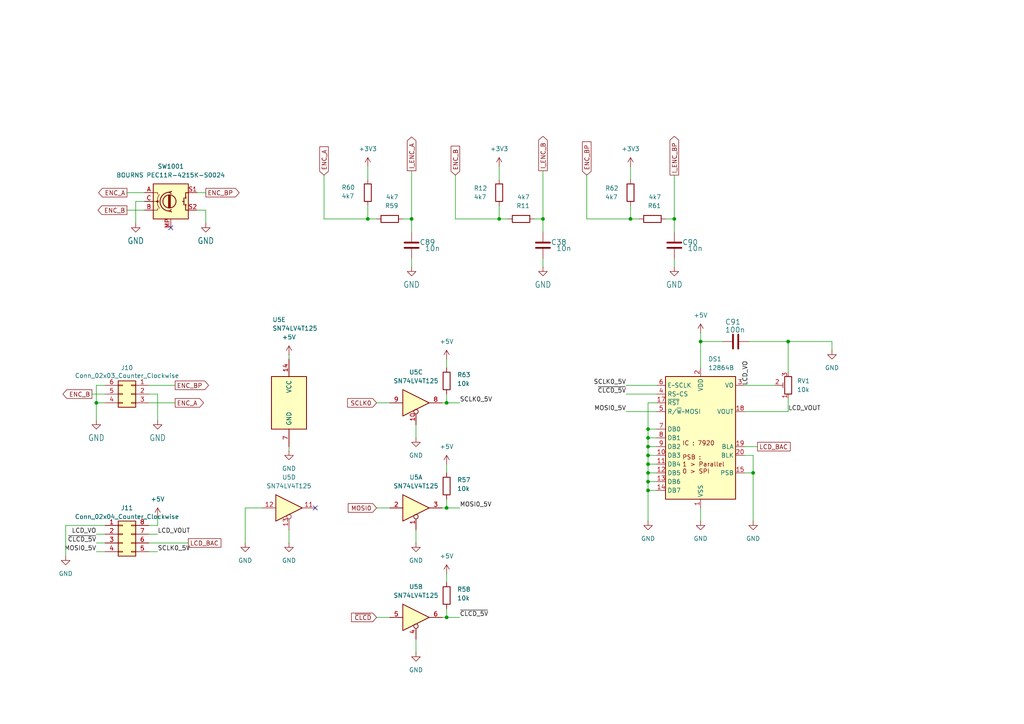
<source format=kicad_sch>
(kicad_sch
	(version 20231120)
	(generator "eeschema")
	(generator_version "8.0")
	(uuid "34ac2892-3e7a-4fde-81c2-1bc261c8cc27")
	(paper "A4")
	(lib_symbols
		(symbol "74xx:SN74LV4T125"
			(pin_names
				(offset 1.016)
			)
			(exclude_from_sim no)
			(in_bom yes)
			(on_board yes)
			(property "Reference" "U"
				(at 0 1.27 0)
				(effects
					(font
						(size 1.27 1.27)
					)
				)
			)
			(property "Value" "SN74LV4T125"
				(at 0 -1.27 0)
				(effects
					(font
						(size 1.27 1.27)
					)
				)
			)
			(property "Footprint" ""
				(at 0 0 0)
				(effects
					(font
						(size 1.27 1.27)
					)
					(hide yes)
				)
			)
			(property "Datasheet" "https://www.ti.com/lit/ds/symlink/sn74lv4t125.pdf"
				(at 0 0 0)
				(effects
					(font
						(size 1.27 1.27)
					)
					(hide yes)
				)
			)
			(property "Description" "Single Supply Logic Level Translator Quad Buffer with 3-State Outputs"
				(at 0 0 0)
				(effects
					(font
						(size 1.27 1.27)
					)
					(hide yes)
				)
			)
			(property "ki_locked" ""
				(at 0 0 0)
				(effects
					(font
						(size 1.27 1.27)
					)
				)
			)
			(property "ki_keywords" "3State CMOS shifter translator"
				(at 0 0 0)
				(effects
					(font
						(size 1.27 1.27)
					)
					(hide yes)
				)
			)
			(property "ki_fp_filters" "DIP*W7.62mm*"
				(at 0 0 0)
				(effects
					(font
						(size 1.27 1.27)
					)
					(hide yes)
				)
			)
			(symbol "SN74LV4T125_1_0"
				(polyline
					(pts
						(xy -3.81 3.81) (xy -3.81 -3.81) (xy 3.81 0) (xy -3.81 3.81)
					)
					(stroke
						(width 0.254)
						(type default)
					)
					(fill
						(type background)
					)
				)
				(pin input inverted
					(at 0 -6.35 90)
					(length 4.445)
					(name "~"
						(effects
							(font
								(size 1.27 1.27)
							)
						)
					)
					(number "1"
						(effects
							(font
								(size 1.27 1.27)
							)
						)
					)
				)
				(pin input line
					(at -7.62 0 0)
					(length 3.81)
					(name "~"
						(effects
							(font
								(size 1.27 1.27)
							)
						)
					)
					(number "2"
						(effects
							(font
								(size 1.27 1.27)
							)
						)
					)
				)
				(pin tri_state line
					(at 7.62 0 180)
					(length 3.81)
					(name "~"
						(effects
							(font
								(size 1.27 1.27)
							)
						)
					)
					(number "3"
						(effects
							(font
								(size 1.27 1.27)
							)
						)
					)
				)
			)
			(symbol "SN74LV4T125_2_0"
				(polyline
					(pts
						(xy -3.81 3.81) (xy -3.81 -3.81) (xy 3.81 0) (xy -3.81 3.81)
					)
					(stroke
						(width 0.254)
						(type default)
					)
					(fill
						(type background)
					)
				)
				(pin input inverted
					(at 0 -6.35 90)
					(length 4.445)
					(name "~"
						(effects
							(font
								(size 1.27 1.27)
							)
						)
					)
					(number "4"
						(effects
							(font
								(size 1.27 1.27)
							)
						)
					)
				)
				(pin input line
					(at -7.62 0 0)
					(length 3.81)
					(name "~"
						(effects
							(font
								(size 1.27 1.27)
							)
						)
					)
					(number "5"
						(effects
							(font
								(size 1.27 1.27)
							)
						)
					)
				)
				(pin tri_state line
					(at 7.62 0 180)
					(length 3.81)
					(name "~"
						(effects
							(font
								(size 1.27 1.27)
							)
						)
					)
					(number "6"
						(effects
							(font
								(size 1.27 1.27)
							)
						)
					)
				)
			)
			(symbol "SN74LV4T125_3_0"
				(polyline
					(pts
						(xy -3.81 3.81) (xy -3.81 -3.81) (xy 3.81 0) (xy -3.81 3.81)
					)
					(stroke
						(width 0.254)
						(type default)
					)
					(fill
						(type background)
					)
				)
				(pin input inverted
					(at 0 -6.35 90)
					(length 4.445)
					(name "~"
						(effects
							(font
								(size 1.27 1.27)
							)
						)
					)
					(number "10"
						(effects
							(font
								(size 1.27 1.27)
							)
						)
					)
				)
				(pin tri_state line
					(at 7.62 0 180)
					(length 3.81)
					(name "~"
						(effects
							(font
								(size 1.27 1.27)
							)
						)
					)
					(number "8"
						(effects
							(font
								(size 1.27 1.27)
							)
						)
					)
				)
				(pin input line
					(at -7.62 0 0)
					(length 3.81)
					(name "~"
						(effects
							(font
								(size 1.27 1.27)
							)
						)
					)
					(number "9"
						(effects
							(font
								(size 1.27 1.27)
							)
						)
					)
				)
			)
			(symbol "SN74LV4T125_4_0"
				(polyline
					(pts
						(xy -3.81 3.81) (xy -3.81 -3.81) (xy 3.81 0) (xy -3.81 3.81)
					)
					(stroke
						(width 0.254)
						(type default)
					)
					(fill
						(type background)
					)
				)
				(pin tri_state line
					(at 7.62 0 180)
					(length 3.81)
					(name "~"
						(effects
							(font
								(size 1.27 1.27)
							)
						)
					)
					(number "11"
						(effects
							(font
								(size 1.27 1.27)
							)
						)
					)
				)
				(pin input line
					(at -7.62 0 0)
					(length 3.81)
					(name "~"
						(effects
							(font
								(size 1.27 1.27)
							)
						)
					)
					(number "12"
						(effects
							(font
								(size 1.27 1.27)
							)
						)
					)
				)
				(pin input inverted
					(at 0 -6.35 90)
					(length 4.445)
					(name "~"
						(effects
							(font
								(size 1.27 1.27)
							)
						)
					)
					(number "13"
						(effects
							(font
								(size 1.27 1.27)
							)
						)
					)
				)
			)
			(symbol "SN74LV4T125_5_0"
				(pin power_in line
					(at 0 12.7 270)
					(length 5.08)
					(name "VCC"
						(effects
							(font
								(size 1.27 1.27)
							)
						)
					)
					(number "14"
						(effects
							(font
								(size 1.27 1.27)
							)
						)
					)
				)
				(pin power_in line
					(at 0 -12.7 90)
					(length 5.08)
					(name "GND"
						(effects
							(font
								(size 1.27 1.27)
							)
						)
					)
					(number "7"
						(effects
							(font
								(size 1.27 1.27)
							)
						)
					)
				)
			)
			(symbol "SN74LV4T125_5_1"
				(rectangle
					(start -5.08 7.62)
					(end 5.08 -7.62)
					(stroke
						(width 0.254)
						(type default)
					)
					(fill
						(type background)
					)
				)
			)
		)
		(symbol "Connector_Generic:Conn_02x03_Counter_Clockwise"
			(pin_names
				(offset 1.016) hide)
			(exclude_from_sim no)
			(in_bom yes)
			(on_board yes)
			(property "Reference" "J"
				(at 1.27 5.08 0)
				(effects
					(font
						(size 1.27 1.27)
					)
				)
			)
			(property "Value" "Conn_02x03_Counter_Clockwise"
				(at 1.27 -5.08 0)
				(effects
					(font
						(size 1.27 1.27)
					)
				)
			)
			(property "Footprint" ""
				(at 0 0 0)
				(effects
					(font
						(size 1.27 1.27)
					)
					(hide yes)
				)
			)
			(property "Datasheet" "~"
				(at 0 0 0)
				(effects
					(font
						(size 1.27 1.27)
					)
					(hide yes)
				)
			)
			(property "Description" "Generic connector, double row, 02x03, counter clockwise pin numbering scheme (similar to DIP package numbering), script generated (kicad-library-utils/schlib/autogen/connector/)"
				(at 0 0 0)
				(effects
					(font
						(size 1.27 1.27)
					)
					(hide yes)
				)
			)
			(property "ki_keywords" "connector"
				(at 0 0 0)
				(effects
					(font
						(size 1.27 1.27)
					)
					(hide yes)
				)
			)
			(property "ki_fp_filters" "Connector*:*_2x??_*"
				(at 0 0 0)
				(effects
					(font
						(size 1.27 1.27)
					)
					(hide yes)
				)
			)
			(symbol "Conn_02x03_Counter_Clockwise_1_1"
				(rectangle
					(start -1.27 -2.413)
					(end 0 -2.667)
					(stroke
						(width 0.1524)
						(type default)
					)
					(fill
						(type none)
					)
				)
				(rectangle
					(start -1.27 0.127)
					(end 0 -0.127)
					(stroke
						(width 0.1524)
						(type default)
					)
					(fill
						(type none)
					)
				)
				(rectangle
					(start -1.27 2.667)
					(end 0 2.413)
					(stroke
						(width 0.1524)
						(type default)
					)
					(fill
						(type none)
					)
				)
				(rectangle
					(start -1.27 3.81)
					(end 3.81 -3.81)
					(stroke
						(width 0.254)
						(type default)
					)
					(fill
						(type background)
					)
				)
				(rectangle
					(start 3.81 -2.413)
					(end 2.54 -2.667)
					(stroke
						(width 0.1524)
						(type default)
					)
					(fill
						(type none)
					)
				)
				(rectangle
					(start 3.81 0.127)
					(end 2.54 -0.127)
					(stroke
						(width 0.1524)
						(type default)
					)
					(fill
						(type none)
					)
				)
				(rectangle
					(start 3.81 2.667)
					(end 2.54 2.413)
					(stroke
						(width 0.1524)
						(type default)
					)
					(fill
						(type none)
					)
				)
				(pin passive line
					(at -5.08 2.54 0)
					(length 3.81)
					(name "Pin_1"
						(effects
							(font
								(size 1.27 1.27)
							)
						)
					)
					(number "1"
						(effects
							(font
								(size 1.27 1.27)
							)
						)
					)
				)
				(pin passive line
					(at -5.08 0 0)
					(length 3.81)
					(name "Pin_2"
						(effects
							(font
								(size 1.27 1.27)
							)
						)
					)
					(number "2"
						(effects
							(font
								(size 1.27 1.27)
							)
						)
					)
				)
				(pin passive line
					(at -5.08 -2.54 0)
					(length 3.81)
					(name "Pin_3"
						(effects
							(font
								(size 1.27 1.27)
							)
						)
					)
					(number "3"
						(effects
							(font
								(size 1.27 1.27)
							)
						)
					)
				)
				(pin passive line
					(at 7.62 -2.54 180)
					(length 3.81)
					(name "Pin_4"
						(effects
							(font
								(size 1.27 1.27)
							)
						)
					)
					(number "4"
						(effects
							(font
								(size 1.27 1.27)
							)
						)
					)
				)
				(pin passive line
					(at 7.62 0 180)
					(length 3.81)
					(name "Pin_5"
						(effects
							(font
								(size 1.27 1.27)
							)
						)
					)
					(number "5"
						(effects
							(font
								(size 1.27 1.27)
							)
						)
					)
				)
				(pin passive line
					(at 7.62 2.54 180)
					(length 3.81)
					(name "Pin_6"
						(effects
							(font
								(size 1.27 1.27)
							)
						)
					)
					(number "6"
						(effects
							(font
								(size 1.27 1.27)
							)
						)
					)
				)
			)
		)
		(symbol "Connector_Generic:Conn_02x04_Counter_Clockwise"
			(pin_names
				(offset 1.016) hide)
			(exclude_from_sim no)
			(in_bom yes)
			(on_board yes)
			(property "Reference" "J"
				(at 1.27 5.08 0)
				(effects
					(font
						(size 1.27 1.27)
					)
				)
			)
			(property "Value" "Conn_02x04_Counter_Clockwise"
				(at 1.27 -7.62 0)
				(effects
					(font
						(size 1.27 1.27)
					)
				)
			)
			(property "Footprint" ""
				(at 0 0 0)
				(effects
					(font
						(size 1.27 1.27)
					)
					(hide yes)
				)
			)
			(property "Datasheet" "~"
				(at 0 0 0)
				(effects
					(font
						(size 1.27 1.27)
					)
					(hide yes)
				)
			)
			(property "Description" "Generic connector, double row, 02x04, counter clockwise pin numbering scheme (similar to DIP package numbering), script generated (kicad-library-utils/schlib/autogen/connector/)"
				(at 0 0 0)
				(effects
					(font
						(size 1.27 1.27)
					)
					(hide yes)
				)
			)
			(property "ki_keywords" "connector"
				(at 0 0 0)
				(effects
					(font
						(size 1.27 1.27)
					)
					(hide yes)
				)
			)
			(property "ki_fp_filters" "Connector*:*_2x??_*"
				(at 0 0 0)
				(effects
					(font
						(size 1.27 1.27)
					)
					(hide yes)
				)
			)
			(symbol "Conn_02x04_Counter_Clockwise_1_1"
				(rectangle
					(start -1.27 -4.953)
					(end 0 -5.207)
					(stroke
						(width 0.1524)
						(type default)
					)
					(fill
						(type none)
					)
				)
				(rectangle
					(start -1.27 -2.413)
					(end 0 -2.667)
					(stroke
						(width 0.1524)
						(type default)
					)
					(fill
						(type none)
					)
				)
				(rectangle
					(start -1.27 0.127)
					(end 0 -0.127)
					(stroke
						(width 0.1524)
						(type default)
					)
					(fill
						(type none)
					)
				)
				(rectangle
					(start -1.27 2.667)
					(end 0 2.413)
					(stroke
						(width 0.1524)
						(type default)
					)
					(fill
						(type none)
					)
				)
				(rectangle
					(start -1.27 3.81)
					(end 3.81 -6.35)
					(stroke
						(width 0.254)
						(type default)
					)
					(fill
						(type background)
					)
				)
				(rectangle
					(start 3.81 -4.953)
					(end 2.54 -5.207)
					(stroke
						(width 0.1524)
						(type default)
					)
					(fill
						(type none)
					)
				)
				(rectangle
					(start 3.81 -2.413)
					(end 2.54 -2.667)
					(stroke
						(width 0.1524)
						(type default)
					)
					(fill
						(type none)
					)
				)
				(rectangle
					(start 3.81 0.127)
					(end 2.54 -0.127)
					(stroke
						(width 0.1524)
						(type default)
					)
					(fill
						(type none)
					)
				)
				(rectangle
					(start 3.81 2.667)
					(end 2.54 2.413)
					(stroke
						(width 0.1524)
						(type default)
					)
					(fill
						(type none)
					)
				)
				(pin passive line
					(at -5.08 2.54 0)
					(length 3.81)
					(name "Pin_1"
						(effects
							(font
								(size 1.27 1.27)
							)
						)
					)
					(number "1"
						(effects
							(font
								(size 1.27 1.27)
							)
						)
					)
				)
				(pin passive line
					(at -5.08 0 0)
					(length 3.81)
					(name "Pin_2"
						(effects
							(font
								(size 1.27 1.27)
							)
						)
					)
					(number "2"
						(effects
							(font
								(size 1.27 1.27)
							)
						)
					)
				)
				(pin passive line
					(at -5.08 -2.54 0)
					(length 3.81)
					(name "Pin_3"
						(effects
							(font
								(size 1.27 1.27)
							)
						)
					)
					(number "3"
						(effects
							(font
								(size 1.27 1.27)
							)
						)
					)
				)
				(pin passive line
					(at -5.08 -5.08 0)
					(length 3.81)
					(name "Pin_4"
						(effects
							(font
								(size 1.27 1.27)
							)
						)
					)
					(number "4"
						(effects
							(font
								(size 1.27 1.27)
							)
						)
					)
				)
				(pin passive line
					(at 7.62 -5.08 180)
					(length 3.81)
					(name "Pin_5"
						(effects
							(font
								(size 1.27 1.27)
							)
						)
					)
					(number "5"
						(effects
							(font
								(size 1.27 1.27)
							)
						)
					)
				)
				(pin passive line
					(at 7.62 -2.54 180)
					(length 3.81)
					(name "Pin_6"
						(effects
							(font
								(size 1.27 1.27)
							)
						)
					)
					(number "6"
						(effects
							(font
								(size 1.27 1.27)
							)
						)
					)
				)
				(pin passive line
					(at 7.62 0 180)
					(length 3.81)
					(name "Pin_7"
						(effects
							(font
								(size 1.27 1.27)
							)
						)
					)
					(number "7"
						(effects
							(font
								(size 1.27 1.27)
							)
						)
					)
				)
				(pin passive line
					(at 7.62 2.54 180)
					(length 3.81)
					(name "Pin_8"
						(effects
							(font
								(size 1.27 1.27)
							)
						)
					)
					(number "8"
						(effects
							(font
								(size 1.27 1.27)
							)
						)
					)
				)
			)
		)
		(symbol "Device:C"
			(pin_numbers hide)
			(pin_names
				(offset 0.254)
			)
			(exclude_from_sim no)
			(in_bom yes)
			(on_board yes)
			(property "Reference" "C"
				(at 0.635 2.54 0)
				(effects
					(font
						(size 1.27 1.27)
					)
					(justify left)
				)
			)
			(property "Value" "C"
				(at 0.635 -2.54 0)
				(effects
					(font
						(size 1.27 1.27)
					)
					(justify left)
				)
			)
			(property "Footprint" ""
				(at 0.9652 -3.81 0)
				(effects
					(font
						(size 1.27 1.27)
					)
					(hide yes)
				)
			)
			(property "Datasheet" "~"
				(at 0 0 0)
				(effects
					(font
						(size 1.27 1.27)
					)
					(hide yes)
				)
			)
			(property "Description" "Unpolarized capacitor"
				(at 0 0 0)
				(effects
					(font
						(size 1.27 1.27)
					)
					(hide yes)
				)
			)
			(property "ki_keywords" "cap capacitor"
				(at 0 0 0)
				(effects
					(font
						(size 1.27 1.27)
					)
					(hide yes)
				)
			)
			(property "ki_fp_filters" "C_*"
				(at 0 0 0)
				(effects
					(font
						(size 1.27 1.27)
					)
					(hide yes)
				)
			)
			(symbol "C_0_1"
				(polyline
					(pts
						(xy -2.032 -0.762) (xy 2.032 -0.762)
					)
					(stroke
						(width 0.508)
						(type default)
					)
					(fill
						(type none)
					)
				)
				(polyline
					(pts
						(xy -2.032 0.762) (xy 2.032 0.762)
					)
					(stroke
						(width 0.508)
						(type default)
					)
					(fill
						(type none)
					)
				)
			)
			(symbol "C_1_1"
				(pin passive line
					(at 0 3.81 270)
					(length 2.794)
					(name "~"
						(effects
							(font
								(size 1.27 1.27)
							)
						)
					)
					(number "1"
						(effects
							(font
								(size 1.27 1.27)
							)
						)
					)
				)
				(pin passive line
					(at 0 -3.81 90)
					(length 2.794)
					(name "~"
						(effects
							(font
								(size 1.27 1.27)
							)
						)
					)
					(number "2"
						(effects
							(font
								(size 1.27 1.27)
							)
						)
					)
				)
			)
		)
		(symbol "Device:R"
			(pin_numbers hide)
			(pin_names
				(offset 0)
			)
			(exclude_from_sim no)
			(in_bom yes)
			(on_board yes)
			(property "Reference" "R"
				(at 2.032 0 90)
				(effects
					(font
						(size 1.27 1.27)
					)
				)
			)
			(property "Value" "R"
				(at 0 0 90)
				(effects
					(font
						(size 1.27 1.27)
					)
				)
			)
			(property "Footprint" ""
				(at -1.778 0 90)
				(effects
					(font
						(size 1.27 1.27)
					)
					(hide yes)
				)
			)
			(property "Datasheet" "~"
				(at 0 0 0)
				(effects
					(font
						(size 1.27 1.27)
					)
					(hide yes)
				)
			)
			(property "Description" "Resistor"
				(at 0 0 0)
				(effects
					(font
						(size 1.27 1.27)
					)
					(hide yes)
				)
			)
			(property "ki_keywords" "R res resistor"
				(at 0 0 0)
				(effects
					(font
						(size 1.27 1.27)
					)
					(hide yes)
				)
			)
			(property "ki_fp_filters" "R_*"
				(at 0 0 0)
				(effects
					(font
						(size 1.27 1.27)
					)
					(hide yes)
				)
			)
			(symbol "R_0_1"
				(rectangle
					(start -1.016 -2.54)
					(end 1.016 2.54)
					(stroke
						(width 0.254)
						(type default)
					)
					(fill
						(type none)
					)
				)
			)
			(symbol "R_1_1"
				(pin passive line
					(at 0 3.81 270)
					(length 1.27)
					(name "~"
						(effects
							(font
								(size 1.27 1.27)
							)
						)
					)
					(number "1"
						(effects
							(font
								(size 1.27 1.27)
							)
						)
					)
				)
				(pin passive line
					(at 0 -3.81 90)
					(length 1.27)
					(name "~"
						(effects
							(font
								(size 1.27 1.27)
							)
						)
					)
					(number "2"
						(effects
							(font
								(size 1.27 1.27)
							)
						)
					)
				)
			)
		)
		(symbol "Device:R_Potentiometer_Trim"
			(pin_names
				(offset 1.016) hide)
			(exclude_from_sim no)
			(in_bom yes)
			(on_board yes)
			(property "Reference" "RV"
				(at -4.445 0 90)
				(effects
					(font
						(size 1.27 1.27)
					)
				)
			)
			(property "Value" "R_Potentiometer_Trim"
				(at -2.54 0 90)
				(effects
					(font
						(size 1.27 1.27)
					)
				)
			)
			(property "Footprint" ""
				(at 0 0 0)
				(effects
					(font
						(size 1.27 1.27)
					)
					(hide yes)
				)
			)
			(property "Datasheet" "~"
				(at 0 0 0)
				(effects
					(font
						(size 1.27 1.27)
					)
					(hide yes)
				)
			)
			(property "Description" "Trim-potentiometer"
				(at 0 0 0)
				(effects
					(font
						(size 1.27 1.27)
					)
					(hide yes)
				)
			)
			(property "ki_keywords" "resistor variable trimpot trimmer"
				(at 0 0 0)
				(effects
					(font
						(size 1.27 1.27)
					)
					(hide yes)
				)
			)
			(property "ki_fp_filters" "Potentiometer*"
				(at 0 0 0)
				(effects
					(font
						(size 1.27 1.27)
					)
					(hide yes)
				)
			)
			(symbol "R_Potentiometer_Trim_0_1"
				(polyline
					(pts
						(xy 1.524 0.762) (xy 1.524 -0.762)
					)
					(stroke
						(width 0)
						(type default)
					)
					(fill
						(type none)
					)
				)
				(polyline
					(pts
						(xy 2.54 0) (xy 1.524 0)
					)
					(stroke
						(width 0)
						(type default)
					)
					(fill
						(type none)
					)
				)
				(rectangle
					(start 1.016 2.54)
					(end -1.016 -2.54)
					(stroke
						(width 0.254)
						(type default)
					)
					(fill
						(type none)
					)
				)
			)
			(symbol "R_Potentiometer_Trim_1_1"
				(pin passive line
					(at 0 3.81 270)
					(length 1.27)
					(name "1"
						(effects
							(font
								(size 1.27 1.27)
							)
						)
					)
					(number "1"
						(effects
							(font
								(size 1.27 1.27)
							)
						)
					)
				)
				(pin passive line
					(at 3.81 0 180)
					(length 1.27)
					(name "2"
						(effects
							(font
								(size 1.27 1.27)
							)
						)
					)
					(number "2"
						(effects
							(font
								(size 1.27 1.27)
							)
						)
					)
				)
				(pin passive line
					(at 0 -3.81 90)
					(length 1.27)
					(name "3"
						(effects
							(font
								(size 1.27 1.27)
							)
						)
					)
					(number "3"
						(effects
							(font
								(size 1.27 1.27)
							)
						)
					)
				)
			)
		)
		(symbol "Device:RotaryEncoder_Switch_MP"
			(pin_names
				(offset 0.254) hide)
			(exclude_from_sim no)
			(in_bom yes)
			(on_board yes)
			(property "Reference" "SW"
				(at 0 8.89 0)
				(effects
					(font
						(size 1.27 1.27)
					)
				)
			)
			(property "Value" "RotaryEncoder_Switch_MP"
				(at 0 6.35 0)
				(effects
					(font
						(size 1.27 1.27)
					)
				)
			)
			(property "Footprint" ""
				(at -3.81 4.064 0)
				(effects
					(font
						(size 1.27 1.27)
					)
					(hide yes)
				)
			)
			(property "Datasheet" "~"
				(at 0 -12.7 0)
				(effects
					(font
						(size 1.27 1.27)
					)
					(hide yes)
				)
			)
			(property "Description" "Rotary encoder, dual channel, incremental quadrate outputs, with switch and MP Pin"
				(at 0 -15.24 0)
				(effects
					(font
						(size 1.27 1.27)
					)
					(hide yes)
				)
			)
			(property "ki_keywords" "rotary switch encoder switch push button"
				(at 0 0 0)
				(effects
					(font
						(size 1.27 1.27)
					)
					(hide yes)
				)
			)
			(property "ki_fp_filters" "RotaryEncoder*Switch*"
				(at 0 0 0)
				(effects
					(font
						(size 1.27 1.27)
					)
					(hide yes)
				)
			)
			(symbol "RotaryEncoder_Switch_MP_0_1"
				(rectangle
					(start -5.08 5.08)
					(end 5.08 -5.08)
					(stroke
						(width 0.254)
						(type default)
					)
					(fill
						(type background)
					)
				)
				(circle
					(center -3.81 0)
					(radius 0.254)
					(stroke
						(width 0)
						(type default)
					)
					(fill
						(type outline)
					)
				)
				(circle
					(center -0.381 0)
					(radius 1.905)
					(stroke
						(width 0.254)
						(type default)
					)
					(fill
						(type none)
					)
				)
				(arc
					(start -0.381 2.667)
					(mid -3.0988 -0.0635)
					(end -0.381 -2.794)
					(stroke
						(width 0.254)
						(type default)
					)
					(fill
						(type none)
					)
				)
				(polyline
					(pts
						(xy -0.635 -1.778) (xy -0.635 1.778)
					)
					(stroke
						(width 0.254)
						(type default)
					)
					(fill
						(type none)
					)
				)
				(polyline
					(pts
						(xy -0.381 -1.778) (xy -0.381 1.778)
					)
					(stroke
						(width 0.254)
						(type default)
					)
					(fill
						(type none)
					)
				)
				(polyline
					(pts
						(xy -0.127 1.778) (xy -0.127 -1.778)
					)
					(stroke
						(width 0.254)
						(type default)
					)
					(fill
						(type none)
					)
				)
				(polyline
					(pts
						(xy 3.81 0) (xy 3.429 0)
					)
					(stroke
						(width 0.254)
						(type default)
					)
					(fill
						(type none)
					)
				)
				(polyline
					(pts
						(xy 3.81 1.016) (xy 3.81 -1.016)
					)
					(stroke
						(width 0.254)
						(type default)
					)
					(fill
						(type none)
					)
				)
				(polyline
					(pts
						(xy -5.08 -2.54) (xy -3.81 -2.54) (xy -3.81 -2.032)
					)
					(stroke
						(width 0)
						(type default)
					)
					(fill
						(type none)
					)
				)
				(polyline
					(pts
						(xy -5.08 2.54) (xy -3.81 2.54) (xy -3.81 2.032)
					)
					(stroke
						(width 0)
						(type default)
					)
					(fill
						(type none)
					)
				)
				(polyline
					(pts
						(xy 0.254 -3.048) (xy -0.508 -2.794) (xy 0.127 -2.413)
					)
					(stroke
						(width 0.254)
						(type default)
					)
					(fill
						(type none)
					)
				)
				(polyline
					(pts
						(xy 0.254 2.921) (xy -0.508 2.667) (xy 0.127 2.286)
					)
					(stroke
						(width 0.254)
						(type default)
					)
					(fill
						(type none)
					)
				)
				(polyline
					(pts
						(xy 5.08 -2.54) (xy 4.318 -2.54) (xy 4.318 -1.016)
					)
					(stroke
						(width 0.254)
						(type default)
					)
					(fill
						(type none)
					)
				)
				(polyline
					(pts
						(xy 5.08 2.54) (xy 4.318 2.54) (xy 4.318 1.016)
					)
					(stroke
						(width 0.254)
						(type default)
					)
					(fill
						(type none)
					)
				)
				(polyline
					(pts
						(xy -5.08 0) (xy -3.81 0) (xy -3.81 -1.016) (xy -3.302 -2.032)
					)
					(stroke
						(width 0)
						(type default)
					)
					(fill
						(type none)
					)
				)
				(polyline
					(pts
						(xy -4.318 0) (xy -3.81 0) (xy -3.81 1.016) (xy -3.302 2.032)
					)
					(stroke
						(width 0)
						(type default)
					)
					(fill
						(type none)
					)
				)
				(circle
					(center 4.318 -1.016)
					(radius 0.127)
					(stroke
						(width 0.254)
						(type default)
					)
					(fill
						(type none)
					)
				)
				(circle
					(center 4.318 1.016)
					(radius 0.127)
					(stroke
						(width 0.254)
						(type default)
					)
					(fill
						(type none)
					)
				)
			)
			(symbol "RotaryEncoder_Switch_MP_1_1"
				(pin passive line
					(at -7.62 2.54 0)
					(length 2.54)
					(name "A"
						(effects
							(font
								(size 1.27 1.27)
							)
						)
					)
					(number "A"
						(effects
							(font
								(size 1.27 1.27)
							)
						)
					)
				)
				(pin passive line
					(at -7.62 -2.54 0)
					(length 2.54)
					(name "B"
						(effects
							(font
								(size 1.27 1.27)
							)
						)
					)
					(number "B"
						(effects
							(font
								(size 1.27 1.27)
							)
						)
					)
				)
				(pin passive line
					(at -7.62 0 0)
					(length 2.54)
					(name "C"
						(effects
							(font
								(size 1.27 1.27)
							)
						)
					)
					(number "C"
						(effects
							(font
								(size 1.27 1.27)
							)
						)
					)
				)
				(pin passive line
					(at 0 -7.62 90)
					(length 2.54)
					(name "MP"
						(effects
							(font
								(size 1.27 1.27)
							)
						)
					)
					(number "MP"
						(effects
							(font
								(size 1.27 1.27)
							)
						)
					)
				)
				(pin passive line
					(at 7.62 2.54 180)
					(length 2.54)
					(name "S1"
						(effects
							(font
								(size 1.27 1.27)
							)
						)
					)
					(number "S1"
						(effects
							(font
								(size 1.27 1.27)
							)
						)
					)
				)
				(pin passive line
					(at 7.62 -2.54 180)
					(length 2.54)
					(name "S2"
						(effects
							(font
								(size 1.27 1.27)
							)
						)
					)
					(number "S2"
						(effects
							(font
								(size 1.27 1.27)
							)
						)
					)
				)
			)
		)
		(symbol "User_Lib_LCD:12864B"
			(exclude_from_sim no)
			(in_bom yes)
			(on_board yes)
			(property "Reference" "DS"
				(at -8.382 19.05 0)
				(effects
					(font
						(size 1.27 1.27)
					)
				)
			)
			(property "Value" "12864B"
				(at 5.588 19.05 0)
				(effects
					(font
						(size 1.27 1.27)
					)
				)
			)
			(property "Footprint" ""
				(at 0 -22.86 0)
				(effects
					(font
						(size 1.27 1.27)
						(italic yes)
					)
					(hide yes)
				)
			)
			(property "Datasheet" ""
				(at 5.08 -5.08 0)
				(effects
					(font
						(size 1.27 1.27)
					)
					(hide yes)
				)
			)
			(property "Description" "Graphics Display 192x64px,  8b parallel / SPI, 1/64 Duty, 5V VDD"
				(at 0 0 0)
				(effects
					(font
						(size 1.27 1.27)
					)
					(hide yes)
				)
			)
			(property "ki_keywords" "display LCD graphic"
				(at 0 0 0)
				(effects
					(font
						(size 1.27 1.27)
					)
					(hide yes)
				)
			)
			(property "ki_fp_filters" "ERM19264*"
				(at 0 0 0)
				(effects
					(font
						(size 1.27 1.27)
					)
					(hide yes)
				)
			)
			(symbol "12864B_0_1"
				(rectangle
					(start -10.16 17.78)
					(end 10.16 -17.78)
					(stroke
						(width 0.254)
						(type default)
					)
					(fill
						(type background)
					)
				)
			)
			(symbol "12864B_1_1"
				(text "IC : 7920\n\nPSB : \n1 > Parallel\n0 > SPI"
					(at -5.334 -5.588 0)
					(effects
						(font
							(size 1.27 1.27)
						)
						(justify left)
					)
				)
				(pin power_in line
					(at 0 -20.32 90)
					(length 2.54)
					(name "VSS"
						(effects
							(font
								(size 1.27 1.27)
							)
						)
					)
					(number "1"
						(effects
							(font
								(size 1.27 1.27)
							)
						)
					)
				)
				(pin bidirectional line
					(at -12.7 -5.08 0)
					(length 2.54)
					(name "DB3"
						(effects
							(font
								(size 1.27 1.27)
							)
						)
					)
					(number "10"
						(effects
							(font
								(size 1.27 1.27)
							)
						)
					)
				)
				(pin bidirectional line
					(at -12.7 -7.62 0)
					(length 2.54)
					(name "DB4"
						(effects
							(font
								(size 1.27 1.27)
							)
						)
					)
					(number "11"
						(effects
							(font
								(size 1.27 1.27)
							)
						)
					)
				)
				(pin bidirectional line
					(at -12.7 -10.16 0)
					(length 2.54)
					(name "DB5"
						(effects
							(font
								(size 1.27 1.27)
							)
						)
					)
					(number "12"
						(effects
							(font
								(size 1.27 1.27)
							)
						)
					)
				)
				(pin bidirectional line
					(at -12.7 -12.7 0)
					(length 2.54)
					(name "DB6"
						(effects
							(font
								(size 1.27 1.27)
							)
						)
					)
					(number "13"
						(effects
							(font
								(size 1.27 1.27)
							)
						)
					)
				)
				(pin bidirectional line
					(at -12.7 -15.24 0)
					(length 2.54)
					(name "DB7"
						(effects
							(font
								(size 1.27 1.27)
							)
						)
					)
					(number "14"
						(effects
							(font
								(size 1.27 1.27)
							)
						)
					)
				)
				(pin input line
					(at 12.7 -10.16 180)
					(length 2.54)
					(name "PSB"
						(effects
							(font
								(size 1.27 1.27)
							)
						)
					)
					(number "15"
						(effects
							(font
								(size 1.27 1.27)
							)
						)
					)
				)
				(pin input line
					(at -12.7 10.16 0)
					(length 2.54)
					(name "~{RST}"
						(effects
							(font
								(size 1.27 1.27)
							)
						)
					)
					(number "17"
						(effects
							(font
								(size 1.27 1.27)
							)
						)
					)
				)
				(pin no_connect line
					(at 12.7 11.43 180)
					(length 2.54) hide
					(name "NC"
						(effects
							(font
								(size 1.27 1.27)
							)
						)
					)
					(number "18"
						(effects
							(font
								(size 1.27 1.27)
							)
						)
					)
				)
				(pin passive line
					(at 12.7 7.62 180)
					(length 2.54)
					(name "VOUT"
						(effects
							(font
								(size 1.27 1.27)
							)
						)
					)
					(number "18"
						(effects
							(font
								(size 1.27 1.27)
							)
						)
					)
				)
				(pin power_in line
					(at 12.7 -2.54 180)
					(length 2.54)
					(name "BLA"
						(effects
							(font
								(size 1.27 1.27)
							)
						)
					)
					(number "19"
						(effects
							(font
								(size 1.27 1.27)
							)
						)
					)
				)
				(pin power_in line
					(at 0 20.32 270)
					(length 2.54)
					(name "VDD"
						(effects
							(font
								(size 1.27 1.27)
							)
						)
					)
					(number "2"
						(effects
							(font
								(size 1.27 1.27)
							)
						)
					)
				)
				(pin power_in line
					(at 12.7 -5.08 180)
					(length 2.54)
					(name "BLK"
						(effects
							(font
								(size 1.27 1.27)
							)
						)
					)
					(number "20"
						(effects
							(font
								(size 1.27 1.27)
							)
						)
					)
				)
				(pin passive line
					(at 12.7 15.24 180)
					(length 2.54)
					(name "VO"
						(effects
							(font
								(size 1.27 1.27)
							)
						)
					)
					(number "3"
						(effects
							(font
								(size 1.27 1.27)
							)
						)
					)
				)
				(pin input line
					(at -12.7 12.7 0)
					(length 2.54)
					(name "RS~CS"
						(effects
							(font
								(size 1.27 1.27)
							)
						)
					)
					(number "4"
						(effects
							(font
								(size 1.27 1.27)
							)
						)
					)
				)
				(pin input line
					(at -12.7 7.62 0)
					(length 2.54)
					(name "R/~{W}~MOSI"
						(effects
							(font
								(size 1.27 1.27)
							)
						)
					)
					(number "5"
						(effects
							(font
								(size 1.27 1.27)
							)
						)
					)
				)
				(pin input line
					(at -12.7 15.24 0)
					(length 2.54)
					(name "E~SCLK"
						(effects
							(font
								(size 1.27 1.27)
							)
						)
					)
					(number "6"
						(effects
							(font
								(size 1.27 1.27)
							)
						)
					)
				)
				(pin bidirectional line
					(at -12.7 2.54 0)
					(length 2.54)
					(name "DB0"
						(effects
							(font
								(size 1.27 1.27)
							)
						)
					)
					(number "7"
						(effects
							(font
								(size 1.27 1.27)
							)
						)
					)
				)
				(pin bidirectional line
					(at -12.7 0 0)
					(length 2.54)
					(name "DB1"
						(effects
							(font
								(size 1.27 1.27)
							)
						)
					)
					(number "8"
						(effects
							(font
								(size 1.27 1.27)
							)
						)
					)
				)
				(pin bidirectional line
					(at -12.7 -2.54 0)
					(length 2.54)
					(name "DB2"
						(effects
							(font
								(size 1.27 1.27)
							)
						)
					)
					(number "9"
						(effects
							(font
								(size 1.27 1.27)
							)
						)
					)
				)
			)
		)
		(symbol "power:+3V3"
			(power)
			(pin_numbers hide)
			(pin_names
				(offset 0) hide)
			(exclude_from_sim no)
			(in_bom yes)
			(on_board yes)
			(property "Reference" "#PWR"
				(at 0 -3.81 0)
				(effects
					(font
						(size 1.27 1.27)
					)
					(hide yes)
				)
			)
			(property "Value" "+3V3"
				(at 0 3.556 0)
				(effects
					(font
						(size 1.27 1.27)
					)
				)
			)
			(property "Footprint" ""
				(at 0 0 0)
				(effects
					(font
						(size 1.27 1.27)
					)
					(hide yes)
				)
			)
			(property "Datasheet" ""
				(at 0 0 0)
				(effects
					(font
						(size 1.27 1.27)
					)
					(hide yes)
				)
			)
			(property "Description" "Power symbol creates a global label with name \"+3V3\""
				(at 0 0 0)
				(effects
					(font
						(size 1.27 1.27)
					)
					(hide yes)
				)
			)
			(property "ki_keywords" "global power"
				(at 0 0 0)
				(effects
					(font
						(size 1.27 1.27)
					)
					(hide yes)
				)
			)
			(symbol "+3V3_0_1"
				(polyline
					(pts
						(xy -0.762 1.27) (xy 0 2.54)
					)
					(stroke
						(width 0)
						(type default)
					)
					(fill
						(type none)
					)
				)
				(polyline
					(pts
						(xy 0 0) (xy 0 2.54)
					)
					(stroke
						(width 0)
						(type default)
					)
					(fill
						(type none)
					)
				)
				(polyline
					(pts
						(xy 0 2.54) (xy 0.762 1.27)
					)
					(stroke
						(width 0)
						(type default)
					)
					(fill
						(type none)
					)
				)
			)
			(symbol "+3V3_1_1"
				(pin power_in line
					(at 0 0 90)
					(length 0)
					(name "~"
						(effects
							(font
								(size 1.27 1.27)
							)
						)
					)
					(number "1"
						(effects
							(font
								(size 1.27 1.27)
							)
						)
					)
				)
			)
		)
		(symbol "power:+5V"
			(power)
			(pin_numbers hide)
			(pin_names
				(offset 0) hide)
			(exclude_from_sim no)
			(in_bom yes)
			(on_board yes)
			(property "Reference" "#PWR"
				(at 0 -3.81 0)
				(effects
					(font
						(size 1.27 1.27)
					)
					(hide yes)
				)
			)
			(property "Value" "+5V"
				(at 0 3.556 0)
				(effects
					(font
						(size 1.27 1.27)
					)
				)
			)
			(property "Footprint" ""
				(at 0 0 0)
				(effects
					(font
						(size 1.27 1.27)
					)
					(hide yes)
				)
			)
			(property "Datasheet" ""
				(at 0 0 0)
				(effects
					(font
						(size 1.27 1.27)
					)
					(hide yes)
				)
			)
			(property "Description" "Power symbol creates a global label with name \"+5V\""
				(at 0 0 0)
				(effects
					(font
						(size 1.27 1.27)
					)
					(hide yes)
				)
			)
			(property "ki_keywords" "global power"
				(at 0 0 0)
				(effects
					(font
						(size 1.27 1.27)
					)
					(hide yes)
				)
			)
			(symbol "+5V_0_1"
				(polyline
					(pts
						(xy -0.762 1.27) (xy 0 2.54)
					)
					(stroke
						(width 0)
						(type default)
					)
					(fill
						(type none)
					)
				)
				(polyline
					(pts
						(xy 0 0) (xy 0 2.54)
					)
					(stroke
						(width 0)
						(type default)
					)
					(fill
						(type none)
					)
				)
				(polyline
					(pts
						(xy 0 2.54) (xy 0.762 1.27)
					)
					(stroke
						(width 0)
						(type default)
					)
					(fill
						(type none)
					)
				)
			)
			(symbol "+5V_1_1"
				(pin power_in line
					(at 0 0 90)
					(length 0)
					(name "~"
						(effects
							(font
								(size 1.27 1.27)
							)
						)
					)
					(number "1"
						(effects
							(font
								(size 1.27 1.27)
							)
						)
					)
				)
			)
		)
		(symbol "power:GND"
			(power)
			(pin_numbers hide)
			(pin_names
				(offset 0) hide)
			(exclude_from_sim no)
			(in_bom yes)
			(on_board yes)
			(property "Reference" "#PWR"
				(at 0 -6.35 0)
				(effects
					(font
						(size 1.27 1.27)
					)
					(hide yes)
				)
			)
			(property "Value" "GND"
				(at 0 -3.81 0)
				(effects
					(font
						(size 1.27 1.27)
					)
				)
			)
			(property "Footprint" ""
				(at 0 0 0)
				(effects
					(font
						(size 1.27 1.27)
					)
					(hide yes)
				)
			)
			(property "Datasheet" ""
				(at 0 0 0)
				(effects
					(font
						(size 1.27 1.27)
					)
					(hide yes)
				)
			)
			(property "Description" "Power symbol creates a global label with name \"GND\" , ground"
				(at 0 0 0)
				(effects
					(font
						(size 1.27 1.27)
					)
					(hide yes)
				)
			)
			(property "ki_keywords" "global power"
				(at 0 0 0)
				(effects
					(font
						(size 1.27 1.27)
					)
					(hide yes)
				)
			)
			(symbol "GND_0_1"
				(polyline
					(pts
						(xy 0 0) (xy 0 -1.27) (xy 1.27 -1.27) (xy 0 -2.54) (xy -1.27 -1.27) (xy 0 -1.27)
					)
					(stroke
						(width 0)
						(type default)
					)
					(fill
						(type none)
					)
				)
			)
			(symbol "GND_1_1"
				(pin power_in line
					(at 0 0 270)
					(length 0)
					(name "~"
						(effects
							(font
								(size 1.27 1.27)
							)
						)
					)
					(number "1"
						(effects
							(font
								(size 1.27 1.27)
							)
						)
					)
				)
			)
		)
	)
	(junction
		(at 203.2 99.06)
		(diameter 0)
		(color 0 0 0 0)
		(uuid "0192cd91-d250-408a-b487-0d44816a047c")
	)
	(junction
		(at 106.68 63.5)
		(diameter 0)
		(color 0 0 0 0)
		(uuid "0dffa3da-920b-43a5-abdd-97cb367e7a02")
	)
	(junction
		(at 187.96 124.46)
		(diameter 0)
		(color 0 0 0 0)
		(uuid "0fb17487-cc9c-4aa5-bc0c-695fa46b9025")
	)
	(junction
		(at 195.58 63.5)
		(diameter 0)
		(color 0 0 0 0)
		(uuid "1419315d-6e8c-423a-b335-13593450fbff")
	)
	(junction
		(at 119.38 63.5)
		(diameter 0)
		(color 0 0 0 0)
		(uuid "29f5c625-738d-419f-bf30-ad178e232d30")
	)
	(junction
		(at 187.96 129.54)
		(diameter 0)
		(color 0 0 0 0)
		(uuid "433b3743-057c-47ff-a892-84edd95c98c7")
	)
	(junction
		(at 218.44 137.16)
		(diameter 0)
		(color 0 0 0 0)
		(uuid "46087802-4d85-4f2f-be67-984099846e22")
	)
	(junction
		(at 129.54 179.07)
		(diameter 0)
		(color 0 0 0 0)
		(uuid "483093bf-6514-46b6-8394-2ebfde736ee5")
	)
	(junction
		(at 187.96 134.62)
		(diameter 0)
		(color 0 0 0 0)
		(uuid "4fad5270-8401-4edd-8e81-016aae59bfc5")
	)
	(junction
		(at 27.94 116.84)
		(diameter 0)
		(color 0 0 0 0)
		(uuid "5831d0eb-5779-4ac4-8b29-9426824943b8")
	)
	(junction
		(at 144.78 63.5)
		(diameter 0)
		(color 0 0 0 0)
		(uuid "6e61136d-5923-4f06-a7a7-50c74b53083a")
	)
	(junction
		(at 182.88 63.5)
		(diameter 0)
		(color 0 0 0 0)
		(uuid "80f7d99e-74d5-460b-af09-4e4df5ee3861")
	)
	(junction
		(at 129.54 147.32)
		(diameter 0)
		(color 0 0 0 0)
		(uuid "9300ead9-fa74-4569-ab92-cfa51c06bdf1")
	)
	(junction
		(at 187.96 137.16)
		(diameter 0)
		(color 0 0 0 0)
		(uuid "99cf7f5c-379c-478d-8519-3fe6ef2a4868")
	)
	(junction
		(at 187.96 127)
		(diameter 0)
		(color 0 0 0 0)
		(uuid "a87f29c4-5c5a-49b4-a73a-d460e46393bb")
	)
	(junction
		(at 187.96 142.24)
		(diameter 0)
		(color 0 0 0 0)
		(uuid "b4233c51-1d41-4793-bf53-0253d1a55207")
	)
	(junction
		(at 228.6 99.06)
		(diameter 0)
		(color 0 0 0 0)
		(uuid "ca427cc0-f8fe-4e2b-b5ca-1842067c4432")
	)
	(junction
		(at 129.54 116.84)
		(diameter 0)
		(color 0 0 0 0)
		(uuid "d9bc75cf-3870-447d-81ce-b2cc41e61c6d")
	)
	(junction
		(at 187.96 132.08)
		(diameter 0)
		(color 0 0 0 0)
		(uuid "e5ec4d4a-762d-4153-89c0-2ef035f34342")
	)
	(junction
		(at 157.48 63.5)
		(diameter 0)
		(color 0 0 0 0)
		(uuid "f217d93f-ef57-46ff-ba3f-43cde420e1da")
	)
	(junction
		(at 187.96 139.7)
		(diameter 0)
		(color 0 0 0 0)
		(uuid "f5a4251c-6304-4fa0-92be-9ec5afaf3083")
	)
	(no_connect
		(at 91.44 147.32)
		(uuid "23b9142a-5468-415e-9886-fbfe4fb9328e")
	)
	(no_connect
		(at 49.53 66.04)
		(uuid "3470953e-a4ed-433c-87c6-20c5c8bf77c5")
	)
	(wire
		(pts
			(xy 59.69 64.77) (xy 59.69 60.96)
		)
		(stroke
			(width 0)
			(type default)
		)
		(uuid "04042b7d-5965-4a9a-90e4-69323434ac3a")
	)
	(wire
		(pts
			(xy 182.88 59.69) (xy 182.88 63.5)
		)
		(stroke
			(width 0)
			(type default)
		)
		(uuid "044aa383-680c-4d84-bc85-04067f6125bd")
	)
	(wire
		(pts
			(xy 187.96 127) (xy 187.96 129.54)
		)
		(stroke
			(width 0)
			(type default)
		)
		(uuid "05e042f9-e477-4d35-b1b8-f612bc3b44c4")
	)
	(wire
		(pts
			(xy 187.96 129.54) (xy 190.5 129.54)
		)
		(stroke
			(width 0)
			(type default)
		)
		(uuid "0741bab7-5488-4737-b576-e913d099792b")
	)
	(wire
		(pts
			(xy 106.68 48.26) (xy 106.68 52.07)
		)
		(stroke
			(width 0)
			(type default)
		)
		(uuid "0813c576-3af0-4388-8349-3f6a03fc1c5a")
	)
	(wire
		(pts
			(xy 39.37 58.42) (xy 39.37 64.77)
		)
		(stroke
			(width 0)
			(type default)
		)
		(uuid "0bbb7351-aeba-428d-af63-8cd4a3c909e7")
	)
	(wire
		(pts
			(xy 45.72 160.02) (xy 43.18 160.02)
		)
		(stroke
			(width 0)
			(type default)
		)
		(uuid "0e4c1875-ddfd-4491-9fcc-aed53e42fc6c")
	)
	(wire
		(pts
			(xy 93.98 63.5) (xy 106.68 63.5)
		)
		(stroke
			(width 0)
			(type default)
		)
		(uuid "0f5769e0-8dbd-427b-a535-c4616fbe89a9")
	)
	(wire
		(pts
			(xy 187.96 137.16) (xy 187.96 139.7)
		)
		(stroke
			(width 0)
			(type default)
		)
		(uuid "106a2167-39bb-4f4b-a7a7-b3a32f5a81ea")
	)
	(wire
		(pts
			(xy 181.61 119.38) (xy 190.5 119.38)
		)
		(stroke
			(width 0)
			(type default)
		)
		(uuid "1184ca34-fd60-43de-92a6-39cdeb1261ce")
	)
	(wire
		(pts
			(xy 106.68 63.5) (xy 109.22 63.5)
		)
		(stroke
			(width 0)
			(type default)
		)
		(uuid "12ed09e7-895c-4138-9102-8e9a3d266946")
	)
	(wire
		(pts
			(xy 71.12 147.32) (xy 76.2 147.32)
		)
		(stroke
			(width 0)
			(type default)
		)
		(uuid "1605ddde-9a22-41c1-b846-33ca5fab469a")
	)
	(wire
		(pts
			(xy 19.05 152.4) (xy 19.05 161.29)
		)
		(stroke
			(width 0)
			(type default)
		)
		(uuid "166b42c2-a87c-4e7f-a925-76a90b6d0327")
	)
	(wire
		(pts
			(xy 132.08 50.8) (xy 132.08 63.5)
		)
		(stroke
			(width 0)
			(type default)
		)
		(uuid "16c144b8-cf54-41c6-8ba4-e1449beed93c")
	)
	(wire
		(pts
			(xy 203.2 96.52) (xy 203.2 99.06)
		)
		(stroke
			(width 0)
			(type default)
		)
		(uuid "19d8822c-0534-440a-8473-4060e9e305a8")
	)
	(wire
		(pts
			(xy 129.54 116.84) (xy 128.27 116.84)
		)
		(stroke
			(width 0)
			(type default)
		)
		(uuid "1e537444-931f-4fbf-a511-743e88837a27")
	)
	(wire
		(pts
			(xy 190.5 116.84) (xy 187.96 116.84)
		)
		(stroke
			(width 0)
			(type default)
		)
		(uuid "1ee29a7d-c31c-4b1c-abdd-fbab79841d05")
	)
	(wire
		(pts
			(xy 154.94 63.5) (xy 157.48 63.5)
		)
		(stroke
			(width 0)
			(type default)
		)
		(uuid "21c81795-0fc6-43a2-8c4e-84b81ef9632a")
	)
	(wire
		(pts
			(xy 187.96 142.24) (xy 187.96 151.13)
		)
		(stroke
			(width 0)
			(type default)
		)
		(uuid "247ad1f5-9508-4aa2-ae91-22675ce1ed63")
	)
	(wire
		(pts
			(xy 27.94 116.84) (xy 27.94 121.92)
		)
		(stroke
			(width 0)
			(type default)
		)
		(uuid "25acb1d3-2d5e-4f05-a44c-056173362d04")
	)
	(wire
		(pts
			(xy 43.18 152.4) (xy 45.72 152.4)
		)
		(stroke
			(width 0)
			(type default)
		)
		(uuid "25d13dd2-f0a6-4ae4-aeb3-3ac917082a40")
	)
	(wire
		(pts
			(xy 144.78 59.69) (xy 144.78 63.5)
		)
		(stroke
			(width 0)
			(type default)
		)
		(uuid "27067846-63e6-4926-b0a5-618f8c3eb40d")
	)
	(wire
		(pts
			(xy 203.2 99.06) (xy 203.2 106.68)
		)
		(stroke
			(width 0)
			(type default)
		)
		(uuid "2aa57350-d734-499f-9d50-d59c740a13bf")
	)
	(wire
		(pts
			(xy 83.82 153.67) (xy 83.82 157.48)
		)
		(stroke
			(width 0)
			(type default)
		)
		(uuid "2d6db10c-9511-48ed-8365-1a5ba051a21f")
	)
	(wire
		(pts
			(xy 187.96 127) (xy 190.5 127)
		)
		(stroke
			(width 0)
			(type default)
		)
		(uuid "32b0051a-9511-4785-aeee-a9a87d551bab")
	)
	(wire
		(pts
			(xy 187.96 139.7) (xy 190.5 139.7)
		)
		(stroke
			(width 0)
			(type default)
		)
		(uuid "361d297b-5414-431e-9932-fbe2b5c5adae")
	)
	(wire
		(pts
			(xy 190.5 124.46) (xy 187.96 124.46)
		)
		(stroke
			(width 0)
			(type default)
		)
		(uuid "38ae57d2-0cb2-4317-99eb-90aa151b8018")
	)
	(wire
		(pts
			(xy 27.94 111.76) (xy 27.94 116.84)
		)
		(stroke
			(width 0)
			(type default)
		)
		(uuid "38d7e203-17ef-4343-8e12-5b8d1a8c9804")
	)
	(wire
		(pts
			(xy 187.96 139.7) (xy 187.96 142.24)
		)
		(stroke
			(width 0)
			(type default)
		)
		(uuid "397d2a3e-f321-4613-9818-bc5db224fcfe")
	)
	(wire
		(pts
			(xy 228.6 119.38) (xy 228.6 115.57)
		)
		(stroke
			(width 0)
			(type default)
		)
		(uuid "39e4ca00-2fff-49da-ba42-55916d98c8c0")
	)
	(wire
		(pts
			(xy 120.65 153.67) (xy 120.65 157.48)
		)
		(stroke
			(width 0)
			(type default)
		)
		(uuid "3dbe975a-9079-4e42-bc4c-161965af9275")
	)
	(wire
		(pts
			(xy 36.83 55.88) (xy 41.91 55.88)
		)
		(stroke
			(width 0)
			(type default)
		)
		(uuid "4000692a-d9c5-48dd-96ec-83bd72487f7b")
	)
	(wire
		(pts
			(xy 241.3 99.06) (xy 241.3 101.6)
		)
		(stroke
			(width 0)
			(type default)
		)
		(uuid "40280ea7-7956-487b-8e33-9eb67276d753")
	)
	(wire
		(pts
			(xy 129.54 134.62) (xy 129.54 137.16)
		)
		(stroke
			(width 0)
			(type default)
		)
		(uuid "40c82586-3c3e-4955-a146-e61d7f993764")
	)
	(wire
		(pts
			(xy 144.78 63.5) (xy 147.32 63.5)
		)
		(stroke
			(width 0)
			(type default)
		)
		(uuid "4147298f-3ed6-4e76-8718-7c79a3a4330e")
	)
	(wire
		(pts
			(xy 215.9 132.08) (xy 218.44 132.08)
		)
		(stroke
			(width 0)
			(type default)
		)
		(uuid "42ab8b98-7b4a-403c-9b92-9e4dd070297c")
	)
	(wire
		(pts
			(xy 83.82 129.54) (xy 83.82 130.81)
		)
		(stroke
			(width 0)
			(type default)
		)
		(uuid "43859e5c-4c82-4b1a-a79c-c520838e602f")
	)
	(wire
		(pts
			(xy 54.61 157.48) (xy 43.18 157.48)
		)
		(stroke
			(width 0)
			(type default)
		)
		(uuid "461f927f-7721-43b7-a8fd-c3081b4a754b")
	)
	(wire
		(pts
			(xy 187.96 116.84) (xy 187.96 124.46)
		)
		(stroke
			(width 0)
			(type default)
		)
		(uuid "48709f17-7754-4666-b596-05987ab9042a")
	)
	(wire
		(pts
			(xy 193.04 63.5) (xy 195.58 63.5)
		)
		(stroke
			(width 0)
			(type default)
		)
		(uuid "48f70cae-cd55-4f76-8f3d-a968cb67df33")
	)
	(wire
		(pts
			(xy 19.05 152.4) (xy 30.48 152.4)
		)
		(stroke
			(width 0)
			(type default)
		)
		(uuid "4b303b9f-a20f-4f96-b4f7-8177b45f0dcf")
	)
	(wire
		(pts
			(xy 181.61 111.76) (xy 190.5 111.76)
		)
		(stroke
			(width 0)
			(type default)
		)
		(uuid "4bd18629-adb8-445e-bcf2-0bf75ae05df4")
	)
	(wire
		(pts
			(xy 228.6 99.06) (xy 228.6 107.95)
		)
		(stroke
			(width 0)
			(type default)
		)
		(uuid "50c98a32-2d21-44fa-bed8-fd923a06ba0b")
	)
	(wire
		(pts
			(xy 109.22 116.84) (xy 113.03 116.84)
		)
		(stroke
			(width 0)
			(type default)
		)
		(uuid "537cce5d-4770-4b22-a081-8a7f633f42e0")
	)
	(wire
		(pts
			(xy 129.54 166.37) (xy 129.54 168.91)
		)
		(stroke
			(width 0)
			(type default)
		)
		(uuid "58eb7d48-63fb-473e-97b2-e769c15fcf3b")
	)
	(wire
		(pts
			(xy 93.98 50.8) (xy 93.98 63.5)
		)
		(stroke
			(width 0)
			(type default)
		)
		(uuid "5e4c779a-7d80-464e-b545-10da1ac3c1f8")
	)
	(wire
		(pts
			(xy 241.3 99.06) (xy 228.6 99.06)
		)
		(stroke
			(width 0)
			(type default)
		)
		(uuid "5e6a0c84-57e4-4d5b-9c35-6a3917afef83")
	)
	(wire
		(pts
			(xy 116.84 63.5) (xy 119.38 63.5)
		)
		(stroke
			(width 0)
			(type default)
		)
		(uuid "60855caa-50f0-42b0-b6e0-82797425ad0a")
	)
	(wire
		(pts
			(xy 27.94 116.84) (xy 30.48 116.84)
		)
		(stroke
			(width 0)
			(type default)
		)
		(uuid "621aeefe-f9e8-472e-951e-68c9c7b8a622")
	)
	(wire
		(pts
			(xy 71.12 147.32) (xy 71.12 157.48)
		)
		(stroke
			(width 0)
			(type default)
		)
		(uuid "62ca1873-486f-4209-b8ce-ec813fb3bc05")
	)
	(wire
		(pts
			(xy 133.35 116.84) (xy 129.54 116.84)
		)
		(stroke
			(width 0)
			(type default)
		)
		(uuid "63422b04-c837-4c40-856a-f65937aaab1c")
	)
	(wire
		(pts
			(xy 119.38 63.5) (xy 119.38 67.31)
		)
		(stroke
			(width 0)
			(type default)
		)
		(uuid "63c5a371-75a9-4ceb-921e-a6b1581ffa90")
	)
	(wire
		(pts
			(xy 36.83 60.96) (xy 41.91 60.96)
		)
		(stroke
			(width 0)
			(type default)
		)
		(uuid "64fba9d8-b0e4-4639-9791-2a1d04ed0fd5")
	)
	(wire
		(pts
			(xy 129.54 176.53) (xy 129.54 179.07)
		)
		(stroke
			(width 0)
			(type default)
		)
		(uuid "659cfcab-8b54-4fa1-a68b-ae32d60cd603")
	)
	(wire
		(pts
			(xy 182.88 48.26) (xy 182.88 52.07)
		)
		(stroke
			(width 0)
			(type default)
		)
		(uuid "66b2c1c4-9577-419f-93f7-cdb837550bb6")
	)
	(wire
		(pts
			(xy 120.65 123.19) (xy 120.65 127)
		)
		(stroke
			(width 0)
			(type default)
		)
		(uuid "6de1f55a-0872-4302-971c-be78cf3661b8")
	)
	(wire
		(pts
			(xy 30.48 111.76) (xy 27.94 111.76)
		)
		(stroke
			(width 0)
			(type default)
		)
		(uuid "6eaf2700-11e8-4022-ac58-1942f078fcad")
	)
	(wire
		(pts
			(xy 187.96 129.54) (xy 187.96 132.08)
		)
		(stroke
			(width 0)
			(type default)
		)
		(uuid "70199cb9-86bf-4921-bb16-ab1f82a37669")
	)
	(wire
		(pts
			(xy 27.94 154.94) (xy 30.48 154.94)
		)
		(stroke
			(width 0)
			(type default)
		)
		(uuid "79a5cb73-300f-46c5-ba84-d27b15f4465f")
	)
	(wire
		(pts
			(xy 187.96 132.08) (xy 187.96 134.62)
		)
		(stroke
			(width 0)
			(type default)
		)
		(uuid "7a24f675-324a-403a-9d48-c02ebe2f205f")
	)
	(wire
		(pts
			(xy 133.35 179.07) (xy 129.54 179.07)
		)
		(stroke
			(width 0)
			(type default)
		)
		(uuid "8028246e-24ae-4fec-a71f-a66f1e254840")
	)
	(wire
		(pts
			(xy 43.18 116.84) (xy 50.8 116.84)
		)
		(stroke
			(width 0)
			(type default)
		)
		(uuid "8838dfef-ec30-4ed2-88b1-09e73b48166e")
	)
	(wire
		(pts
			(xy 57.15 60.96) (xy 59.69 60.96)
		)
		(stroke
			(width 0)
			(type default)
		)
		(uuid "88794a12-8da1-474b-8b57-d3f97759b253")
	)
	(wire
		(pts
			(xy 27.94 157.48) (xy 30.48 157.48)
		)
		(stroke
			(width 0)
			(type default)
		)
		(uuid "8ad8e9a7-6fe9-4bcc-9b78-353f9940bb8f")
	)
	(wire
		(pts
			(xy 209.55 99.06) (xy 203.2 99.06)
		)
		(stroke
			(width 0)
			(type default)
		)
		(uuid "9096872e-4e80-4931-bc99-ab98e79fcccf")
	)
	(wire
		(pts
			(xy 157.48 74.93) (xy 157.48 77.47)
		)
		(stroke
			(width 0)
			(type default)
		)
		(uuid "90be6a02-95ed-4e40-a2d2-c7a242e95fd1")
	)
	(wire
		(pts
			(xy 129.54 114.3) (xy 129.54 116.84)
		)
		(stroke
			(width 0)
			(type default)
		)
		(uuid "9208bf18-930b-4b81-9ccf-ee0773b8ee37")
	)
	(wire
		(pts
			(xy 187.96 134.62) (xy 190.5 134.62)
		)
		(stroke
			(width 0)
			(type default)
		)
		(uuid "96a8f667-9902-4861-a484-1f263668d2fd")
	)
	(wire
		(pts
			(xy 133.35 147.32) (xy 129.54 147.32)
		)
		(stroke
			(width 0)
			(type default)
		)
		(uuid "99053b17-fe1f-49a2-80b9-c58396b43565")
	)
	(wire
		(pts
			(xy 83.82 102.87) (xy 83.82 104.14)
		)
		(stroke
			(width 0)
			(type default)
		)
		(uuid "9fb6627a-fa2f-4c7c-92bf-9adf40d3cef9")
	)
	(wire
		(pts
			(xy 109.22 147.32) (xy 113.03 147.32)
		)
		(stroke
			(width 0)
			(type default)
		)
		(uuid "a07ad39b-c1fe-421b-86b4-52baace8978a")
	)
	(wire
		(pts
			(xy 119.38 74.93) (xy 119.38 77.47)
		)
		(stroke
			(width 0)
			(type default)
		)
		(uuid "a3c39fb2-a3b4-443e-8374-b251e2161f29")
	)
	(wire
		(pts
			(xy 132.08 63.5) (xy 144.78 63.5)
		)
		(stroke
			(width 0)
			(type default)
		)
		(uuid "a6fd5bc3-383d-4fdd-9eb0-0f33926cce0b")
	)
	(wire
		(pts
			(xy 187.96 137.16) (xy 190.5 137.16)
		)
		(stroke
			(width 0)
			(type default)
		)
		(uuid "ad38faed-ba6e-4e87-945d-2a2c47db7d69")
	)
	(wire
		(pts
			(xy 129.54 104.14) (xy 129.54 106.68)
		)
		(stroke
			(width 0)
			(type default)
		)
		(uuid "ae1f60de-1787-4e1a-8c01-e682a06af0bd")
	)
	(wire
		(pts
			(xy 45.72 114.3) (xy 45.72 121.92)
		)
		(stroke
			(width 0)
			(type default)
		)
		(uuid "ae4b9a42-9b5f-4619-bd26-10cd690385b5")
	)
	(wire
		(pts
			(xy 43.18 114.3) (xy 45.72 114.3)
		)
		(stroke
			(width 0)
			(type default)
		)
		(uuid "af1afc3e-264d-4699-81d2-7f921295be81")
	)
	(wire
		(pts
			(xy 219.71 129.54) (xy 215.9 129.54)
		)
		(stroke
			(width 0)
			(type default)
		)
		(uuid "b05ff1dc-e058-4b1f-9d2e-ab13756b2888")
	)
	(wire
		(pts
			(xy 27.94 160.02) (xy 30.48 160.02)
		)
		(stroke
			(width 0)
			(type default)
		)
		(uuid "b7bf89c0-b429-4c10-a9b4-a84ec7d38602")
	)
	(wire
		(pts
			(xy 195.58 74.93) (xy 195.58 77.47)
		)
		(stroke
			(width 0)
			(type default)
		)
		(uuid "b9a2370a-4f1f-4552-a05c-7eb0baa67743")
	)
	(wire
		(pts
			(xy 215.9 119.38) (xy 228.6 119.38)
		)
		(stroke
			(width 0)
			(type default)
		)
		(uuid "bf11eb6d-73d0-4631-8c39-0da6d3614405")
	)
	(wire
		(pts
			(xy 157.48 49.53) (xy 157.48 63.5)
		)
		(stroke
			(width 0)
			(type default)
		)
		(uuid "c0b42f32-7ede-458b-905a-b2cb10b6f822")
	)
	(wire
		(pts
			(xy 39.37 58.42) (xy 41.91 58.42)
		)
		(stroke
			(width 0)
			(type default)
		)
		(uuid "ca87036c-1632-45bc-bfcd-dbd87b0e621f")
	)
	(wire
		(pts
			(xy 215.9 137.16) (xy 218.44 137.16)
		)
		(stroke
			(width 0)
			(type default)
		)
		(uuid "ca89c31c-691e-4d36-8a4e-78e14cc223df")
	)
	(wire
		(pts
			(xy 109.22 179.07) (xy 113.03 179.07)
		)
		(stroke
			(width 0)
			(type default)
		)
		(uuid "cc92b9d7-db7b-42fc-a8d5-a3acfed383e8")
	)
	(wire
		(pts
			(xy 50.8 111.76) (xy 43.18 111.76)
		)
		(stroke
			(width 0)
			(type default)
		)
		(uuid "d07a4ba2-e4bc-4da6-97c9-216857801c9e")
	)
	(wire
		(pts
			(xy 195.58 63.5) (xy 195.58 67.31)
		)
		(stroke
			(width 0)
			(type default)
		)
		(uuid "d6d0f0a5-35b3-4846-9516-50585bc0a0ff")
	)
	(wire
		(pts
			(xy 181.61 114.3) (xy 190.5 114.3)
		)
		(stroke
			(width 0)
			(type default)
		)
		(uuid "d845dc7c-c4f3-4e84-9dd1-56847f7f4dae")
	)
	(wire
		(pts
			(xy 129.54 144.78) (xy 129.54 147.32)
		)
		(stroke
			(width 0)
			(type default)
		)
		(uuid "d9933f34-402f-4432-95d9-2c5465df9540")
	)
	(wire
		(pts
			(xy 203.2 147.32) (xy 203.2 151.13)
		)
		(stroke
			(width 0)
			(type default)
		)
		(uuid "dae4650a-50d6-4992-965d-abd017f3a901")
	)
	(wire
		(pts
			(xy 45.72 152.4) (xy 45.72 149.86)
		)
		(stroke
			(width 0)
			(type default)
		)
		(uuid "db0dfae3-47e9-43c8-9756-22bc6edf3cc5")
	)
	(wire
		(pts
			(xy 170.18 63.5) (xy 182.88 63.5)
		)
		(stroke
			(width 0)
			(type default)
		)
		(uuid "dd48deee-7e78-4cd5-ae7b-1714b40eaf74")
	)
	(wire
		(pts
			(xy 144.78 48.26) (xy 144.78 52.07)
		)
		(stroke
			(width 0)
			(type default)
		)
		(uuid "dd57c0ca-3a4f-40d0-93ad-7f3a7d63a007")
	)
	(wire
		(pts
			(xy 120.65 185.42) (xy 120.65 189.23)
		)
		(stroke
			(width 0)
			(type default)
		)
		(uuid "deec701c-b2c4-49d9-961f-c4a50fbca9ba")
	)
	(wire
		(pts
			(xy 182.88 63.5) (xy 185.42 63.5)
		)
		(stroke
			(width 0)
			(type default)
		)
		(uuid "e140164d-3687-42fa-95de-a62644ee461e")
	)
	(wire
		(pts
			(xy 26.67 114.3) (xy 30.48 114.3)
		)
		(stroke
			(width 0)
			(type default)
		)
		(uuid "e230be7f-e84b-4947-99ea-183abac5e8bf")
	)
	(wire
		(pts
			(xy 129.54 179.07) (xy 128.27 179.07)
		)
		(stroke
			(width 0)
			(type default)
		)
		(uuid "e25eafad-cf9e-43c8-947d-6a4554500c14")
	)
	(wire
		(pts
			(xy 157.48 63.5) (xy 157.48 67.31)
		)
		(stroke
			(width 0)
			(type default)
		)
		(uuid "e2973503-c50d-466c-8381-fc4bf88da665")
	)
	(wire
		(pts
			(xy 217.17 99.06) (xy 228.6 99.06)
		)
		(stroke
			(width 0)
			(type default)
		)
		(uuid "e39df0b7-7683-40bc-91af-1d4644ff6b10")
	)
	(wire
		(pts
			(xy 57.15 55.88) (xy 59.69 55.88)
		)
		(stroke
			(width 0)
			(type default)
		)
		(uuid "e4030b70-5381-43cc-a66d-671207444975")
	)
	(wire
		(pts
			(xy 224.79 111.76) (xy 215.9 111.76)
		)
		(stroke
			(width 0)
			(type default)
		)
		(uuid "e410c839-52c8-4900-84f6-d068461b2ab1")
	)
	(wire
		(pts
			(xy 129.54 147.32) (xy 128.27 147.32)
		)
		(stroke
			(width 0)
			(type default)
		)
		(uuid "e7ea98bb-8edd-4d19-86a4-f443b68a6da5")
	)
	(wire
		(pts
			(xy 119.38 49.53) (xy 119.38 63.5)
		)
		(stroke
			(width 0)
			(type default)
		)
		(uuid "e9a8aeaa-e08e-4c5e-a2be-0f7356710ed9")
	)
	(wire
		(pts
			(xy 218.44 137.16) (xy 218.44 151.13)
		)
		(stroke
			(width 0)
			(type default)
		)
		(uuid "e9f73eef-12c7-4c4e-9d00-0b0375ffd0f5")
	)
	(wire
		(pts
			(xy 187.96 124.46) (xy 187.96 127)
		)
		(stroke
			(width 0)
			(type default)
		)
		(uuid "eab98bbe-70c9-4d69-90e4-738bc6b607b6")
	)
	(wire
		(pts
			(xy 195.58 50.8) (xy 195.58 63.5)
		)
		(stroke
			(width 0)
			(type default)
		)
		(uuid "ecbe74c8-7d12-4502-94c5-464ff0a42cfc")
	)
	(wire
		(pts
			(xy 187.96 142.24) (xy 190.5 142.24)
		)
		(stroke
			(width 0)
			(type default)
		)
		(uuid "f3ed2058-5e81-41c6-b38d-636879b928d1")
	)
	(wire
		(pts
			(xy 45.72 154.94) (xy 43.18 154.94)
		)
		(stroke
			(width 0)
			(type default)
		)
		(uuid "f46cf361-7662-4728-a946-b5734cef199c")
	)
	(wire
		(pts
			(xy 170.18 50.8) (xy 170.18 63.5)
		)
		(stroke
			(width 0)
			(type default)
		)
		(uuid "f81e4e6d-7b7f-45f6-b72f-40ff21935e60")
	)
	(wire
		(pts
			(xy 187.96 132.08) (xy 190.5 132.08)
		)
		(stroke
			(width 0)
			(type default)
		)
		(uuid "fbe9e7ee-fe75-4b58-bcd2-45e74ef4d5c7")
	)
	(wire
		(pts
			(xy 187.96 134.62) (xy 187.96 137.16)
		)
		(stroke
			(width 0)
			(type default)
		)
		(uuid "fe600d93-2a76-4eea-80ec-2cb8ac2a2a38")
	)
	(wire
		(pts
			(xy 218.44 132.08) (xy 218.44 137.16)
		)
		(stroke
			(width 0)
			(type default)
		)
		(uuid "ff98bb89-2145-4cde-b1ee-5900f9e3ea96")
	)
	(wire
		(pts
			(xy 106.68 59.69) (xy 106.68 63.5)
		)
		(stroke
			(width 0)
			(type default)
		)
		(uuid "ffba5bc5-4972-4744-8077-bed7cb4d52f0")
	)
	(label "SCLK0_5V"
		(at 133.35 116.84 0)
		(fields_autoplaced yes)
		(effects
			(font
				(size 1.27 1.27)
			)
			(justify left bottom)
		)
		(uuid "05602ecb-832e-4e79-bb06-5eb0d5845d33")
	)
	(label "LCD_VO"
		(at 27.94 154.94 180)
		(fields_autoplaced yes)
		(effects
			(font
				(size 1.27 1.27)
			)
			(justify right bottom)
		)
		(uuid "16916bc3-4e1a-4f93-b15a-5edc5ee180ec")
	)
	(label "LCD_VOUT"
		(at 45.72 154.94 0)
		(fields_autoplaced yes)
		(effects
			(font
				(size 1.27 1.27)
			)
			(justify left bottom)
		)
		(uuid "16d26e95-cd6a-4b2a-87b2-e05a070109f7")
	)
	(label "LCD_VO"
		(at 217.17 111.76 90)
		(fields_autoplaced yes)
		(effects
			(font
				(size 1.27 1.27)
			)
			(justify left bottom)
		)
		(uuid "26a2fd43-6b58-403e-a792-8b58ca42e93a")
	)
	(label "LCD_VOUT"
		(at 228.6 119.38 0)
		(fields_autoplaced yes)
		(effects
			(font
				(size 1.27 1.27)
			)
			(justify left bottom)
		)
		(uuid "336e9684-f4a9-4ef9-98cb-1f243d1cc35c")
	)
	(label "SCLK0_5V"
		(at 45.72 160.02 0)
		(fields_autoplaced yes)
		(effects
			(font
				(size 1.27 1.27)
			)
			(justify left bottom)
		)
		(uuid "33921b42-4128-469a-875b-9268aa69fe57")
	)
	(label "~{CLCD_5V}"
		(at 181.61 114.3 180)
		(fields_autoplaced yes)
		(effects
			(font
				(size 1.27 1.27)
			)
			(justify right bottom)
		)
		(uuid "87db1df2-ed69-42ce-8ab3-b56fcde83904")
	)
	(label "~{CLCD_5V}"
		(at 27.94 157.48 180)
		(fields_autoplaced yes)
		(effects
			(font
				(size 1.27 1.27)
			)
			(justify right bottom)
		)
		(uuid "94ebf955-3021-4101-b833-2353970cdf06")
	)
	(label "~{CLCD_5V}"
		(at 133.35 179.07 0)
		(fields_autoplaced yes)
		(effects
			(font
				(size 1.27 1.27)
			)
			(justify left bottom)
		)
		(uuid "bfd54a3e-b288-49d7-9aed-efe342cad2d5")
	)
	(label "MOSI0_5V"
		(at 27.94 160.02 180)
		(fields_autoplaced yes)
		(effects
			(font
				(size 1.27 1.27)
			)
			(justify right bottom)
		)
		(uuid "c929212d-a518-41e6-b13e-2e3fd9f6ccb9")
	)
	(label "MOSI0_5V"
		(at 133.35 147.32 0)
		(fields_autoplaced yes)
		(effects
			(font
				(size 1.27 1.27)
			)
			(justify left bottom)
		)
		(uuid "df673fcf-5dd2-4fc9-8990-360ff3e62944")
	)
	(label "MOSI0_5V"
		(at 181.61 119.38 180)
		(fields_autoplaced yes)
		(effects
			(font
				(size 1.27 1.27)
			)
			(justify right bottom)
		)
		(uuid "e18c36c5-8d86-41e5-a5b7-69b0d3a6791b")
	)
	(label "SCLK0_5V"
		(at 181.61 111.76 180)
		(fields_autoplaced yes)
		(effects
			(font
				(size 1.27 1.27)
			)
			(justify right bottom)
		)
		(uuid "f4ab30f9-737a-4840-a381-da7dd1db8b12")
	)
	(global_label "ENC_A"
		(shape output)
		(at 36.83 55.88 180)
		(fields_autoplaced yes)
		(effects
			(font
				(size 1.27 1.27)
			)
			(justify right)
		)
		(uuid "073a0602-365b-4cf7-9979-209a69326ffe")
		(property "Intersheetrefs" "${INTERSHEET_REFS}"
			(at 24.5229 55.88 0)
			(effects
				(font
					(size 1.27 1.27)
				)
				(justify right)
				(hide yes)
			)
		)
	)
	(global_label "I_ENC_A"
		(shape output)
		(at 119.38 49.53 90)
		(fields_autoplaced yes)
		(effects
			(font
				(size 1.27 1.27)
			)
			(justify left)
		)
		(uuid "0f6f8007-ff37-4b94-abc3-94ed6a35189e")
		(property "Intersheetrefs" "${INTERSHEET_REFS}"
			(at 119.38 35.0215 90)
			(effects
				(font
					(size 1.27 1.27)
				)
				(justify left)
				(hide yes)
			)
		)
	)
	(global_label "SCLK0"
		(shape input)
		(at 109.22 116.84 180)
		(fields_autoplaced yes)
		(effects
			(font
				(size 1.27 1.27)
			)
			(justify right)
		)
		(uuid "271925b3-0007-465e-aa72-a1e87448ca79")
		(property "Intersheetrefs" "${INTERSHEET_REFS}"
			(at 98.3524 116.84 0)
			(effects
				(font
					(size 1.27 1.27)
				)
				(justify right)
				(hide yes)
			)
		)
	)
	(global_label "LCD_BAC"
		(shape passive)
		(at 219.71 129.54 0)
		(fields_autoplaced yes)
		(effects
			(font
				(size 1.27 1.27)
			)
			(justify left)
		)
		(uuid "29141d33-c4c9-4307-b3de-5cd93940b174")
		(property "Intersheetrefs" "${INTERSHEET_REFS}"
			(at 233.7632 129.54 0)
			(effects
				(font
					(size 1.27 1.27)
				)
				(justify left)
				(hide yes)
			)
		)
	)
	(global_label "ENC_B"
		(shape output)
		(at 26.67 114.3 180)
		(fields_autoplaced yes)
		(effects
			(font
				(size 1.27 1.27)
			)
			(justify right)
		)
		(uuid "3256250c-1a12-4fa1-b9eb-805753adc84f")
		(property "Intersheetrefs" "${INTERSHEET_REFS}"
			(at 14.1089 114.3 0)
			(effects
				(font
					(size 1.27 1.27)
				)
				(justify right)
				(hide yes)
			)
		)
	)
	(global_label "ENC_A"
		(shape input)
		(at 93.98 50.8 90)
		(fields_autoplaced yes)
		(effects
			(font
				(size 1.27 1.27)
			)
			(justify left)
		)
		(uuid "3ac93d1e-68ee-47e5-8ab1-3a3d20c6eb18")
		(property "Intersheetrefs" "${INTERSHEET_REFS}"
			(at 93.98 38.4929 90)
			(effects
				(font
					(size 1.27 1.27)
				)
				(justify left)
				(hide yes)
			)
		)
	)
	(global_label "ENC_BP"
		(shape input)
		(at 170.18 50.8 90)
		(fields_autoplaced yes)
		(effects
			(font
				(size 1.27 1.27)
			)
			(justify left)
		)
		(uuid "3c541fd7-c56c-4f0a-8d0a-e242ed39a56e")
		(property "Intersheetrefs" "${INTERSHEET_REFS}"
			(at 170.18 36.4609 90)
			(effects
				(font
					(size 1.27 1.27)
				)
				(justify left)
				(hide yes)
			)
		)
	)
	(global_label "ENC_B"
		(shape output)
		(at 36.83 60.96 180)
		(fields_autoplaced yes)
		(effects
			(font
				(size 1.27 1.27)
			)
			(justify right)
		)
		(uuid "47cc6e29-6742-4736-a12c-85e87ee03b8b")
		(property "Intersheetrefs" "${INTERSHEET_REFS}"
			(at 24.2689 60.96 0)
			(effects
				(font
					(size 1.27 1.27)
				)
				(justify right)
				(hide yes)
			)
		)
	)
	(global_label "~{CLCD}"
		(shape input)
		(at 109.22 179.07 180)
		(fields_autoplaced yes)
		(effects
			(font
				(size 1.27 1.27)
			)
			(justify right)
		)
		(uuid "9d5adca7-2ae0-4a43-91a0-c50e4594120b")
		(property "Intersheetrefs" "${INTERSHEET_REFS}"
			(at 98.2677 179.07 0)
			(effects
				(font
					(size 1.27 1.27)
				)
				(justify right)
				(hide yes)
			)
		)
	)
	(global_label "I_ENC_B"
		(shape output)
		(at 157.48 49.53 90)
		(fields_autoplaced yes)
		(effects
			(font
				(size 1.27 1.27)
			)
			(justify left)
		)
		(uuid "a3b7f545-2af5-4f17-bd3a-3b200b125e23")
		(property "Intersheetrefs" "${INTERSHEET_REFS}"
			(at 157.48 34.7675 90)
			(effects
				(font
					(size 1.27 1.27)
				)
				(justify left)
				(hide yes)
			)
		)
	)
	(global_label "ENC_BP"
		(shape output)
		(at 50.8 111.76 0)
		(fields_autoplaced yes)
		(effects
			(font
				(size 1.27 1.27)
			)
			(justify left)
		)
		(uuid "b1314e36-1de7-4e5d-a709-9ee06a3f7ed5")
		(property "Intersheetrefs" "${INTERSHEET_REFS}"
			(at 65.1391 111.76 0)
			(effects
				(font
					(size 1.27 1.27)
				)
				(justify left)
				(hide yes)
			)
		)
	)
	(global_label "LCD_BAC"
		(shape passive)
		(at 54.61 157.48 0)
		(fields_autoplaced yes)
		(effects
			(font
				(size 1.27 1.27)
			)
			(justify left)
		)
		(uuid "b9bfc9f2-40e7-4a52-ab8a-102e203d5af3")
		(property "Intersheetrefs" "${INTERSHEET_REFS}"
			(at 68.6632 157.48 0)
			(effects
				(font
					(size 1.27 1.27)
				)
				(justify left)
				(hide yes)
			)
		)
	)
	(global_label "ENC_A"
		(shape output)
		(at 50.8 116.84 0)
		(fields_autoplaced yes)
		(effects
			(font
				(size 1.27 1.27)
			)
			(justify left)
		)
		(uuid "bae2c854-6774-4684-91d8-688812e0e501")
		(property "Intersheetrefs" "${INTERSHEET_REFS}"
			(at 63.1071 116.84 0)
			(effects
				(font
					(size 1.27 1.27)
				)
				(justify left)
				(hide yes)
			)
		)
	)
	(global_label "MOSI0"
		(shape input)
		(at 109.22 147.32 180)
		(fields_autoplaced yes)
		(effects
			(font
				(size 1.27 1.27)
			)
			(justify right)
		)
		(uuid "bc2756b0-33cb-47bc-9be6-54ced22d4e11")
		(property "Intersheetrefs" "${INTERSHEET_REFS}"
			(at 98.6063 147.32 0)
			(effects
				(font
					(size 1.27 1.27)
				)
				(justify right)
				(hide yes)
			)
		)
	)
	(global_label "ENC_B"
		(shape input)
		(at 132.08 50.8 90)
		(fields_autoplaced yes)
		(effects
			(font
				(size 1.27 1.27)
			)
			(justify left)
		)
		(uuid "da5e4f22-b543-4eb2-be24-dec512a6b20d")
		(property "Intersheetrefs" "${INTERSHEET_REFS}"
			(at 132.08 38.2389 90)
			(effects
				(font
					(size 1.27 1.27)
				)
				(justify left)
				(hide yes)
			)
		)
	)
	(global_label "I_ENC_BP"
		(shape output)
		(at 195.58 50.8 90)
		(fields_autoplaced yes)
		(effects
			(font
				(size 1.27 1.27)
			)
			(justify left)
		)
		(uuid "e6ccd123-9792-4448-86b3-243df5f4323c")
		(property "Intersheetrefs" "${INTERSHEET_REFS}"
			(at 195.58 34.2595 90)
			(effects
				(font
					(size 1.27 1.27)
				)
				(justify left)
				(hide yes)
			)
		)
	)
	(global_label "ENC_BP"
		(shape output)
		(at 59.69 55.88 0)
		(fields_autoplaced yes)
		(effects
			(font
				(size 1.27 1.27)
			)
			(justify left)
		)
		(uuid "ff65951d-1fda-40b5-b5cc-5cf272dc39c9")
		(property "Intersheetrefs" "${INTERSHEET_REFS}"
			(at 74.0291 55.88 0)
			(effects
				(font
					(size 1.27 1.27)
				)
				(justify left)
				(hide yes)
			)
		)
	)
	(symbol
		(lib_id "power:GND")
		(at 218.44 151.13 0)
		(mirror y)
		(unit 1)
		(exclude_from_sim no)
		(in_bom yes)
		(on_board yes)
		(dnp no)
		(fields_autoplaced yes)
		(uuid "00419c06-e074-4a1e-9798-f1df8fb45464")
		(property "Reference" "#PWR01019"
			(at 218.44 157.48 0)
			(effects
				(font
					(size 1.27 1.27)
				)
				(hide yes)
			)
		)
		(property "Value" "GND"
			(at 218.44 156.21 0)
			(effects
				(font
					(size 1.27 1.27)
				)
			)
		)
		(property "Footprint" ""
			(at 218.44 151.13 0)
			(effects
				(font
					(size 1.27 1.27)
				)
				(hide yes)
			)
		)
		(property "Datasheet" ""
			(at 218.44 151.13 0)
			(effects
				(font
					(size 1.27 1.27)
				)
				(hide yes)
			)
		)
		(property "Description" "Power symbol creates a global label with name \"GND\" , ground"
			(at 218.44 151.13 0)
			(effects
				(font
					(size 1.27 1.27)
				)
				(hide yes)
			)
		)
		(pin "1"
			(uuid "b405cfe5-fd88-4e9f-b51c-4bf5a3a0e659")
		)
		(instances
			(project "CentraleDeMesure"
				(path "/ac6d9ea8-43ef-416e-ab0f-e27db2ca47c4/b6159df7-bf97-4396-af33-f9cf8e52de35"
					(reference "#PWR01019")
					(unit 1)
				)
			)
		)
	)
	(symbol
		(lib_id "power:+5V")
		(at 203.2 96.52 0)
		(unit 1)
		(exclude_from_sim no)
		(in_bom yes)
		(on_board yes)
		(dnp no)
		(fields_autoplaced yes)
		(uuid "011a5da0-0c0f-4815-8972-af9297a19fe6")
		(property "Reference" "#PWR01017"
			(at 203.2 100.33 0)
			(effects
				(font
					(size 1.27 1.27)
				)
				(hide yes)
			)
		)
		(property "Value" "+5V"
			(at 203.2 91.44 0)
			(effects
				(font
					(size 1.27 1.27)
				)
			)
		)
		(property "Footprint" ""
			(at 203.2 96.52 0)
			(effects
				(font
					(size 1.27 1.27)
				)
				(hide yes)
			)
		)
		(property "Datasheet" ""
			(at 203.2 96.52 0)
			(effects
				(font
					(size 1.27 1.27)
				)
				(hide yes)
			)
		)
		(property "Description" "Power symbol creates a global label with name \"+5V\""
			(at 203.2 96.52 0)
			(effects
				(font
					(size 1.27 1.27)
				)
				(hide yes)
			)
		)
		(pin "1"
			(uuid "81525d8c-8545-448a-ba3f-289b671e0ebe")
		)
		(instances
			(project "CentraleDeMesure"
				(path "/ac6d9ea8-43ef-416e-ab0f-e27db2ca47c4/b6159df7-bf97-4396-af33-f9cf8e52de35"
					(reference "#PWR01017")
					(unit 1)
				)
			)
		)
	)
	(symbol
		(lib_id "Device:C")
		(at 157.48 71.12 0)
		(unit 1)
		(exclude_from_sim no)
		(in_bom yes)
		(on_board yes)
		(dnp no)
		(uuid "04ed0d51-d62f-44cb-b3ae-acdd66210559")
		(property "Reference" "C38"
			(at 159.766 71.12 0)
			(effects
				(font
					(size 1.4986 1.4986)
				)
				(justify left bottom)
			)
		)
		(property "Value" "10n"
			(at 161.29 72.898 0)
			(effects
				(font
					(size 1.4986 1.4986)
				)
				(justify left bottom)
			)
		)
		(property "Footprint" "Capacitor_SMD:C_1812_4532Metric_Pad1.57x3.40mm_HandSolder"
			(at 158.4452 74.93 0)
			(effects
				(font
					(size 1.27 1.27)
				)
				(hide yes)
			)
		)
		(property "Datasheet" "~"
			(at 157.48 71.12 0)
			(effects
				(font
					(size 1.27 1.27)
				)
				(hide yes)
			)
		)
		(property "Description" "Unpolarized capacitor"
			(at 157.48 71.12 0)
			(effects
				(font
					(size 1.27 1.27)
				)
				(hide yes)
			)
		)
		(property "manf#" "C0603C104K5RAC3190"
			(at 157.48 71.12 0)
			(effects
				(font
					(size 1.27 1.27)
				)
				(hide yes)
			)
		)
		(property "RS" ""
			(at 157.48 71.12 0)
			(effects
				(font
					(size 1.27 1.27)
				)
				(hide yes)
			)
		)
		(pin "1"
			(uuid "2659b08f-8f4c-419b-8c9b-f51f3081bdac")
		)
		(pin "2"
			(uuid "62f56521-51d4-4417-aa32-41c5414e1f8b")
		)
		(instances
			(project "CentraleDeMesure"
				(path "/ac6d9ea8-43ef-416e-ab0f-e27db2ca47c4/b6159df7-bf97-4396-af33-f9cf8e52de35"
					(reference "C38")
					(unit 1)
				)
			)
		)
	)
	(symbol
		(lib_id "power:GND")
		(at 120.65 189.23 0)
		(mirror y)
		(unit 1)
		(exclude_from_sim no)
		(in_bom yes)
		(on_board yes)
		(dnp no)
		(fields_autoplaced yes)
		(uuid "07b9af16-2b6d-492f-9902-45bf4b634bf4")
		(property "Reference" "#PWR01010"
			(at 120.65 195.58 0)
			(effects
				(font
					(size 1.27 1.27)
				)
				(hide yes)
			)
		)
		(property "Value" "GND"
			(at 120.65 194.31 0)
			(effects
				(font
					(size 1.27 1.27)
				)
			)
		)
		(property "Footprint" ""
			(at 120.65 189.23 0)
			(effects
				(font
					(size 1.27 1.27)
				)
				(hide yes)
			)
		)
		(property "Datasheet" ""
			(at 120.65 189.23 0)
			(effects
				(font
					(size 1.27 1.27)
				)
				(hide yes)
			)
		)
		(property "Description" "Power symbol creates a global label with name \"GND\" , ground"
			(at 120.65 189.23 0)
			(effects
				(font
					(size 1.27 1.27)
				)
				(hide yes)
			)
		)
		(pin "1"
			(uuid "7b94fea0-dc22-4b8d-984d-8bf1c05415df")
		)
		(instances
			(project "CentraleDeMesure"
				(path "/ac6d9ea8-43ef-416e-ab0f-e27db2ca47c4/b6159df7-bf97-4396-af33-f9cf8e52de35"
					(reference "#PWR01010")
					(unit 1)
				)
			)
		)
	)
	(symbol
		(lib_id "power:+5V")
		(at 45.72 149.86 0)
		(unit 1)
		(exclude_from_sim no)
		(in_bom yes)
		(on_board yes)
		(dnp no)
		(fields_autoplaced yes)
		(uuid "0be58b4c-0430-4f34-af3b-b8293feb4109")
		(property "Reference" "#PWR01002"
			(at 45.72 153.67 0)
			(effects
				(font
					(size 1.27 1.27)
				)
				(hide yes)
			)
		)
		(property "Value" "+5V"
			(at 45.72 144.78 0)
			(effects
				(font
					(size 1.27 1.27)
				)
			)
		)
		(property "Footprint" ""
			(at 45.72 149.86 0)
			(effects
				(font
					(size 1.27 1.27)
				)
				(hide yes)
			)
		)
		(property "Datasheet" ""
			(at 45.72 149.86 0)
			(effects
				(font
					(size 1.27 1.27)
				)
				(hide yes)
			)
		)
		(property "Description" "Power symbol creates a global label with name \"+5V\""
			(at 45.72 149.86 0)
			(effects
				(font
					(size 1.27 1.27)
				)
				(hide yes)
			)
		)
		(pin "1"
			(uuid "021384f6-8134-4b88-ab4a-a783fa4a54c5")
		)
		(instances
			(project "CentraleDeMesure"
				(path "/ac6d9ea8-43ef-416e-ab0f-e27db2ca47c4/b6159df7-bf97-4396-af33-f9cf8e52de35"
					(reference "#PWR01002")
					(unit 1)
				)
			)
		)
	)
	(symbol
		(lib_id "74xx:SN74LV4T125")
		(at 120.65 179.07 0)
		(unit 2)
		(exclude_from_sim no)
		(in_bom yes)
		(on_board yes)
		(dnp no)
		(fields_autoplaced yes)
		(uuid "0d492066-2c0c-4348-b905-3ed9ebddc075")
		(property "Reference" "U5"
			(at 120.65 170.18 0)
			(effects
				(font
					(size 1.27 1.27)
				)
			)
		)
		(property "Value" "SN74LV4T125"
			(at 120.65 172.72 0)
			(effects
				(font
					(size 1.27 1.27)
				)
			)
		)
		(property "Footprint" "Package_SO:TSSOP-14_4.4x5mm_P0.65mm"
			(at 120.65 179.07 0)
			(effects
				(font
					(size 1.27 1.27)
				)
				(hide yes)
			)
		)
		(property "Datasheet" "https://www.ti.com/lit/ds/symlink/sn74lv4t125.pdf"
			(at 120.65 179.07 0)
			(effects
				(font
					(size 1.27 1.27)
				)
				(hide yes)
			)
		)
		(property "Description" "Single Supply Logic Level Translator Quad Buffer with 3-State Outputs"
			(at 120.65 179.07 0)
			(effects
				(font
					(size 1.27 1.27)
				)
				(hide yes)
			)
		)
		(property "RS" ""
			(at 120.65 179.07 0)
			(effects
				(font
					(size 1.27 1.27)
				)
				(hide yes)
			)
		)
		(pin "10"
			(uuid "9dfd75e2-c5b2-40fd-a683-739a9df13bb6")
		)
		(pin "3"
			(uuid "eeca306a-137a-4af8-823a-0318e3fb69a5")
		)
		(pin "6"
			(uuid "48041473-353b-4e16-ba6c-ceec1e987e83")
		)
		(pin "8"
			(uuid "294b1ea7-5a48-4878-bcea-8ed8f5bf3080")
		)
		(pin "5"
			(uuid "35d60d47-e8bd-4c5e-8bab-350b16531231")
		)
		(pin "11"
			(uuid "c2ee0603-3766-4f31-b282-d4bd5a5f665c")
		)
		(pin "13"
			(uuid "8233a2a3-2cff-483a-8f88-2776398c06d8")
		)
		(pin "7"
			(uuid "3a821890-dba7-4847-b8db-ad65874441f7")
		)
		(pin "14"
			(uuid "6c576273-63ad-47ad-937d-dc68b51f2a92")
		)
		(pin "1"
			(uuid "e20d387a-213f-415b-bbc5-a4eb7da014ec")
		)
		(pin "4"
			(uuid "6320ff3e-25d6-4d84-9f4b-30440d1848c1")
		)
		(pin "9"
			(uuid "d782e292-8749-4175-af82-eccb530316b1")
		)
		(pin "2"
			(uuid "65538ab6-5050-49d8-8522-57120ab7ce6a")
		)
		(pin "12"
			(uuid "75dcd94b-48fe-4914-a543-58e30d215446")
		)
		(instances
			(project ""
				(path "/ac6d9ea8-43ef-416e-ab0f-e27db2ca47c4/b6159df7-bf97-4396-af33-f9cf8e52de35"
					(reference "U5")
					(unit 2)
				)
			)
		)
	)
	(symbol
		(lib_id "power:+3V3")
		(at 144.78 48.26 0)
		(mirror y)
		(unit 1)
		(exclude_from_sim no)
		(in_bom yes)
		(on_board yes)
		(dnp no)
		(uuid "11e3e66d-7903-45c1-9f9f-f25c8556c4c9")
		(property "Reference" "#PWR01014"
			(at 144.78 52.07 0)
			(effects
				(font
					(size 1.27 1.27)
				)
				(hide yes)
			)
		)
		(property "Value" "+3V3"
			(at 144.78 43.18 0)
			(effects
				(font
					(size 1.27 1.27)
				)
			)
		)
		(property "Footprint" ""
			(at 144.78 48.26 0)
			(effects
				(font
					(size 1.27 1.27)
				)
				(hide yes)
			)
		)
		(property "Datasheet" ""
			(at 144.78 48.26 0)
			(effects
				(font
					(size 1.27 1.27)
				)
				(hide yes)
			)
		)
		(property "Description" "Power symbol creates a global label with name \"+3V3\""
			(at 144.78 48.26 0)
			(effects
				(font
					(size 1.27 1.27)
				)
				(hide yes)
			)
		)
		(pin "1"
			(uuid "04f6c62a-0f97-4766-b0b9-3840c1b1074e")
		)
		(instances
			(project "CentraleDeMesure"
				(path "/ac6d9ea8-43ef-416e-ab0f-e27db2ca47c4/b6159df7-bf97-4396-af33-f9cf8e52de35"
					(reference "#PWR01014")
					(unit 1)
				)
			)
		)
	)
	(symbol
		(lib_id "Connector_Generic:Conn_02x04_Counter_Clockwise")
		(at 35.56 154.94 0)
		(unit 1)
		(exclude_from_sim no)
		(in_bom yes)
		(on_board yes)
		(dnp no)
		(fields_autoplaced yes)
		(uuid "14c3498b-9e6c-473f-8545-71dfee72c8b2")
		(property "Reference" "J11"
			(at 36.83 147.32 0)
			(effects
				(font
					(size 1.27 1.27)
				)
			)
		)
		(property "Value" "Conn_02x04_Counter_Clockwise"
			(at 36.83 149.86 0)
			(effects
				(font
					(size 1.27 1.27)
				)
			)
		)
		(property "Footprint" "Connector_IDC:IDC-Header_2x04_P2.54mm_Vertical"
			(at 35.56 154.94 0)
			(effects
				(font
					(size 1.27 1.27)
				)
				(hide yes)
			)
		)
		(property "Datasheet" "~"
			(at 35.56 154.94 0)
			(effects
				(font
					(size 1.27 1.27)
				)
				(hide yes)
			)
		)
		(property "Description" "Generic connector, double row, 02x04, counter clockwise pin numbering scheme (similar to DIP package numbering), script generated (kicad-library-utils/schlib/autogen/connector/)"
			(at 35.56 154.94 0)
			(effects
				(font
					(size 1.27 1.27)
				)
				(hide yes)
			)
		)
		(property "RS" ""
			(at 35.56 154.94 0)
			(effects
				(font
					(size 1.27 1.27)
				)
				(hide yes)
			)
		)
		(pin "3"
			(uuid "432b952b-a2c0-451a-b058-4697fe865e6b")
		)
		(pin "5"
			(uuid "7a09c2d6-9e42-441a-8205-13c2f0a6e15f")
		)
		(pin "6"
			(uuid "a2123981-3113-4b18-bd2f-773d3cb072a8")
		)
		(pin "7"
			(uuid "00650fde-964a-402c-802b-ec7ecf2287e1")
		)
		(pin "4"
			(uuid "364df97d-295f-4884-b7ad-9b8565c4d52b")
		)
		(pin "2"
			(uuid "8acd6ca4-d53a-4aec-a518-aa23efab89a1")
		)
		(pin "8"
			(uuid "ff498e0e-af65-462c-9cee-9ef79b5eb90c")
		)
		(pin "1"
			(uuid "42c3184a-77fe-4e30-9649-08d193c5b459")
		)
		(instances
			(project ""
				(path "/ac6d9ea8-43ef-416e-ab0f-e27db2ca47c4/b6159df7-bf97-4396-af33-f9cf8e52de35"
					(reference "J11")
					(unit 1)
				)
			)
		)
	)
	(symbol
		(lib_id "power:GND")
		(at 27.94 121.92 0)
		(mirror y)
		(unit 1)
		(exclude_from_sim no)
		(in_bom yes)
		(on_board yes)
		(dnp no)
		(fields_autoplaced yes)
		(uuid "1798cdc2-1ffc-49e7-b900-651405a2f921")
		(property "Reference" "#GND01001"
			(at 27.94 121.92 0)
			(effects
				(font
					(size 1.27 1.27)
				)
				(hide yes)
			)
		)
		(property "Value" "GND"
			(at 27.94 127 0)
			(effects
				(font
					(size 1.778 1.5113)
				)
			)
		)
		(property "Footprint" ""
			(at 27.94 121.92 0)
			(effects
				(font
					(size 1.27 1.27)
				)
				(hide yes)
			)
		)
		(property "Datasheet" ""
			(at 27.94 121.92 0)
			(effects
				(font
					(size 1.27 1.27)
				)
				(hide yes)
			)
		)
		(property "Description" "Power symbol creates a global label with name \"GND\" , ground"
			(at 27.94 121.92 0)
			(effects
				(font
					(size 1.27 1.27)
				)
				(hide yes)
			)
		)
		(pin "1"
			(uuid "e02bd60c-36a9-464b-9656-f7baa914bf3a")
		)
		(instances
			(project "CentraleDeMesure"
				(path "/ac6d9ea8-43ef-416e-ab0f-e27db2ca47c4/b6159df7-bf97-4396-af33-f9cf8e52de35"
					(reference "#GND01001")
					(unit 1)
				)
			)
		)
	)
	(symbol
		(lib_id "power:GND")
		(at 83.82 130.81 0)
		(mirror y)
		(unit 1)
		(exclude_from_sim no)
		(in_bom yes)
		(on_board yes)
		(dnp no)
		(fields_autoplaced yes)
		(uuid "1d43fab9-3f37-4dc1-a7ec-f094ccc86ce5")
		(property "Reference" "#PWR01005"
			(at 83.82 137.16 0)
			(effects
				(font
					(size 1.27 1.27)
				)
				(hide yes)
			)
		)
		(property "Value" "GND"
			(at 83.82 135.89 0)
			(effects
				(font
					(size 1.27 1.27)
				)
			)
		)
		(property "Footprint" ""
			(at 83.82 130.81 0)
			(effects
				(font
					(size 1.27 1.27)
				)
				(hide yes)
			)
		)
		(property "Datasheet" ""
			(at 83.82 130.81 0)
			(effects
				(font
					(size 1.27 1.27)
				)
				(hide yes)
			)
		)
		(property "Description" "Power symbol creates a global label with name \"GND\" , ground"
			(at 83.82 130.81 0)
			(effects
				(font
					(size 1.27 1.27)
				)
				(hide yes)
			)
		)
		(pin "1"
			(uuid "ef4b4c49-3141-46ce-a45c-b05cac0eb171")
		)
		(instances
			(project "CentraleDeMesure"
				(path "/ac6d9ea8-43ef-416e-ab0f-e27db2ca47c4/b6159df7-bf97-4396-af33-f9cf8e52de35"
					(reference "#PWR01005")
					(unit 1)
				)
			)
		)
	)
	(symbol
		(lib_id "Device:RotaryEncoder_Switch_MP")
		(at 49.53 58.42 0)
		(unit 1)
		(exclude_from_sim no)
		(in_bom yes)
		(on_board no)
		(dnp no)
		(fields_autoplaced yes)
		(uuid "1dc51e8c-b771-4e65-a86d-9f7eb8e383b4")
		(property "Reference" "SW1001"
			(at 49.53 48.26 0)
			(effects
				(font
					(size 1.27 1.27)
				)
			)
		)
		(property "Value" "BOURNS PEC11R-4215K-S0024"
			(at 49.53 50.8 0)
			(effects
				(font
					(size 1.27 1.27)
				)
			)
		)
		(property "Footprint" ""
			(at 45.72 54.356 0)
			(effects
				(font
					(size 1.27 1.27)
				)
				(hide yes)
			)
		)
		(property "Datasheet" "~"
			(at 49.53 71.12 0)
			(effects
				(font
					(size 1.27 1.27)
				)
				(hide yes)
			)
		)
		(property "Description" "Rotary encoder, dual channel, incremental quadrate outputs, with switch and MP Pin"
			(at 49.53 73.66 0)
			(effects
				(font
					(size 1.27 1.27)
				)
				(hide yes)
			)
		)
		(property "RS" ""
			(at 49.53 58.42 0)
			(effects
				(font
					(size 1.27 1.27)
				)
				(hide yes)
			)
		)
		(pin "B"
			(uuid "d8947683-68e5-4ebd-a421-0b5034a819cd")
		)
		(pin "S1"
			(uuid "7658985f-b8eb-457e-9d3f-eebc3d7846b8")
		)
		(pin "A"
			(uuid "6b06bee9-bd39-43eb-909a-3ac1deea415e")
		)
		(pin "S2"
			(uuid "fa9b5e2e-667a-464c-ba81-8883b1de19be")
		)
		(pin "C"
			(uuid "2d7a621c-d02b-4756-b05a-c079f92e77ee")
		)
		(pin "MP"
			(uuid "fcd9ee13-3554-47a3-b0a6-3fa3d1e120d5")
		)
		(instances
			(project "CentraleDeMesure"
				(path "/ac6d9ea8-43ef-416e-ab0f-e27db2ca47c4/b6159df7-bf97-4396-af33-f9cf8e52de35"
					(reference "SW1001")
					(unit 1)
				)
			)
		)
	)
	(symbol
		(lib_id "power:GND")
		(at 59.69 64.77 0)
		(unit 1)
		(exclude_from_sim no)
		(in_bom yes)
		(on_board yes)
		(dnp no)
		(fields_autoplaced yes)
		(uuid "2629bf4c-adff-4b15-a6a1-81c6fe98ebd3")
		(property "Reference" "#GND01004"
			(at 59.69 64.77 0)
			(effects
				(font
					(size 1.27 1.27)
				)
				(hide yes)
			)
		)
		(property "Value" "GND"
			(at 59.69 69.85 0)
			(effects
				(font
					(size 1.778 1.5113)
				)
			)
		)
		(property "Footprint" ""
			(at 59.69 64.77 0)
			(effects
				(font
					(size 1.27 1.27)
				)
				(hide yes)
			)
		)
		(property "Datasheet" ""
			(at 59.69 64.77 0)
			(effects
				(font
					(size 1.27 1.27)
				)
				(hide yes)
			)
		)
		(property "Description" "Power symbol creates a global label with name \"GND\" , ground"
			(at 59.69 64.77 0)
			(effects
				(font
					(size 1.27 1.27)
				)
				(hide yes)
			)
		)
		(pin "1"
			(uuid "a3d54e7a-06cc-4042-be3c-4f1213e0dda2")
		)
		(instances
			(project "CentraleDeMesure"
				(path "/ac6d9ea8-43ef-416e-ab0f-e27db2ca47c4/b6159df7-bf97-4396-af33-f9cf8e52de35"
					(reference "#GND01004")
					(unit 1)
				)
			)
		)
	)
	(symbol
		(lib_id "power:GND")
		(at 187.96 151.13 0)
		(mirror y)
		(unit 1)
		(exclude_from_sim no)
		(in_bom yes)
		(on_board yes)
		(dnp no)
		(fields_autoplaced yes)
		(uuid "2972d887-906a-4270-ae4f-25db8dcf6368")
		(property "Reference" "#PWR01016"
			(at 187.96 157.48 0)
			(effects
				(font
					(size 1.27 1.27)
				)
				(hide yes)
			)
		)
		(property "Value" "GND"
			(at 187.96 156.21 0)
			(effects
				(font
					(size 1.27 1.27)
				)
			)
		)
		(property "Footprint" ""
			(at 187.96 151.13 0)
			(effects
				(font
					(size 1.27 1.27)
				)
				(hide yes)
			)
		)
		(property "Datasheet" ""
			(at 187.96 151.13 0)
			(effects
				(font
					(size 1.27 1.27)
				)
				(hide yes)
			)
		)
		(property "Description" "Power symbol creates a global label with name \"GND\" , ground"
			(at 187.96 151.13 0)
			(effects
				(font
					(size 1.27 1.27)
				)
				(hide yes)
			)
		)
		(pin "1"
			(uuid "6e5b071b-eaf8-4c95-b10e-4565595c4708")
		)
		(instances
			(project "CentraleDeMesure"
				(path "/ac6d9ea8-43ef-416e-ab0f-e27db2ca47c4/b6159df7-bf97-4396-af33-f9cf8e52de35"
					(reference "#PWR01016")
					(unit 1)
				)
			)
		)
	)
	(symbol
		(lib_id "User_Lib_LCD:12864B")
		(at 203.2 127 0)
		(unit 1)
		(exclude_from_sim no)
		(in_bom yes)
		(on_board yes)
		(dnp no)
		(fields_autoplaced yes)
		(uuid "2ea62b7f-3e40-44ef-a74d-bc01438b6ed5")
		(property "Reference" "DS1"
			(at 205.3941 104.14 0)
			(effects
				(font
					(size 1.27 1.27)
				)
				(justify left)
			)
		)
		(property "Value" "12864B"
			(at 205.3941 106.68 0)
			(effects
				(font
					(size 1.27 1.27)
				)
				(justify left)
			)
		)
		(property "Footprint" "User_LCD:GraphicLCD_12864B_WithoutPads"
			(at 203.2 149.86 0)
			(effects
				(font
					(size 1.27 1.27)
					(italic yes)
				)
				(hide yes)
			)
		)
		(property "Datasheet" ""
			(at 208.28 132.08 0)
			(effects
				(font
					(size 1.27 1.27)
				)
				(hide yes)
			)
		)
		(property "Description" "Graphics Display 192x64px,  8b parallel / SPI, 1/64 Duty, 5V VDD"
			(at 203.2 127 0)
			(effects
				(font
					(size 1.27 1.27)
				)
				(hide yes)
			)
		)
		(property "RS" ""
			(at 203.2 127 0)
			(effects
				(font
					(size 1.27 1.27)
				)
				(hide yes)
			)
		)
		(pin "10"
			(uuid "5f13bbaf-5415-40c5-b86c-84ce86acbc73")
		)
		(pin "4"
			(uuid "66fc5f1c-4f9b-4640-9bfb-a1de74dabe4b")
		)
		(pin "12"
			(uuid "7c88206c-8da1-4e1c-acc3-75634a60bc50")
		)
		(pin "20"
			(uuid "62a8f3c6-d323-44e6-85f6-eb6f574b0037")
		)
		(pin "17"
			(uuid "f14fea74-1c60-4647-9077-62622d645769")
		)
		(pin "3"
			(uuid "b48f23a0-cc9f-4359-92ba-ca84435ec242")
		)
		(pin "7"
			(uuid "5bef53cd-591f-415e-9692-5c9253f88484")
		)
		(pin "8"
			(uuid "f89a0562-390a-4c0c-b176-cc98d65a9dfd")
		)
		(pin "2"
			(uuid "c1d98a73-b36b-4981-9beb-fdabdc696685")
		)
		(pin "9"
			(uuid "072eb82d-1928-40b7-82c1-94dced949790")
		)
		(pin "1"
			(uuid "e4d43fea-14c6-4077-ae2e-b6a65e2f1c81")
		)
		(pin "5"
			(uuid "f9f15996-1150-4160-8075-e60d0a34c66b")
		)
		(pin "11"
			(uuid "acffeae1-a053-4976-a7ec-8ed82ba33598")
		)
		(pin "13"
			(uuid "aa69a022-3a2f-4102-b704-d1e3099b1bd6")
		)
		(pin "18"
			(uuid "a4260890-16ad-4b27-8fe9-abf73703f7e0")
		)
		(pin "14"
			(uuid "81ee6983-828c-447c-9772-a8408ce32ae2")
		)
		(pin "6"
			(uuid "66b02e55-1ef5-4ada-a87f-4e0e29979d52")
		)
		(pin "19"
			(uuid "b27be1de-2d91-4c86-b149-1a764f9f7623")
		)
		(pin "15"
			(uuid "bc56634c-e942-4c46-8009-c76509f7b4a4")
		)
		(pin "18"
			(uuid "0743edc6-36bc-4564-b07c-169d88e67ab2")
		)
		(instances
			(project ""
				(path "/ac6d9ea8-43ef-416e-ab0f-e27db2ca47c4/b6159df7-bf97-4396-af33-f9cf8e52de35"
					(reference "DS1")
					(unit 1)
				)
			)
		)
	)
	(symbol
		(lib_id "74xx:SN74LV4T125")
		(at 120.65 147.32 0)
		(unit 1)
		(exclude_from_sim no)
		(in_bom yes)
		(on_board yes)
		(dnp no)
		(uuid "41d2feea-f3bb-4c4b-b75e-80093d383975")
		(property "Reference" "U5"
			(at 120.65 138.43 0)
			(effects
				(font
					(size 1.27 1.27)
				)
			)
		)
		(property "Value" "SN74LV4T125"
			(at 120.65 140.97 0)
			(effects
				(font
					(size 1.27 1.27)
				)
			)
		)
		(property "Footprint" "Package_SO:TSSOP-14_4.4x5mm_P0.65mm"
			(at 120.65 147.32 0)
			(effects
				(font
					(size 1.27 1.27)
				)
				(hide yes)
			)
		)
		(property "Datasheet" "https://www.ti.com/lit/ds/symlink/sn74lv4t125.pdf"
			(at 120.65 147.32 0)
			(effects
				(font
					(size 1.27 1.27)
				)
				(hide yes)
			)
		)
		(property "Description" "Single Supply Logic Level Translator Quad Buffer with 3-State Outputs"
			(at 120.65 147.32 0)
			(effects
				(font
					(size 1.27 1.27)
				)
				(hide yes)
			)
		)
		(property "RS" ""
			(at 120.65 147.32 0)
			(effects
				(font
					(size 1.27 1.27)
				)
				(hide yes)
			)
		)
		(pin "10"
			(uuid "9dfd75e2-c5b2-40fd-a683-739a9df13bb7")
		)
		(pin "3"
			(uuid "80f9998e-08a8-4f48-88d6-b8a908125a29")
		)
		(pin "6"
			(uuid "830a2178-48e8-47af-9659-ee69662de4af")
		)
		(pin "8"
			(uuid "294b1ea7-5a48-4878-bcea-8ed8f5bf3081")
		)
		(pin "5"
			(uuid "15c46bee-d861-4799-9f6c-c8dd2114f3c7")
		)
		(pin "11"
			(uuid "c2ee0603-3766-4f31-b282-d4bd5a5f665d")
		)
		(pin "13"
			(uuid "8233a2a3-2cff-483a-8f88-2776398c06d9")
		)
		(pin "7"
			(uuid "3a821890-dba7-4847-b8db-ad65874441f8")
		)
		(pin "14"
			(uuid "6c576273-63ad-47ad-937d-dc68b51f2a93")
		)
		(pin "1"
			(uuid "4f47d5ec-c247-4a9b-8a20-0620d0ee93a2")
		)
		(pin "4"
			(uuid "b39e9b01-d772-4cf1-b985-1fcb8ff9031e")
		)
		(pin "9"
			(uuid "d782e292-8749-4175-af82-eccb530316b2")
		)
		(pin "2"
			(uuid "1f2c1c33-fe63-4113-bdf6-6df398feadd8")
		)
		(pin "12"
			(uuid "75dcd94b-48fe-4914-a543-58e30d215447")
		)
		(instances
			(project ""
				(path "/ac6d9ea8-43ef-416e-ab0f-e27db2ca47c4/b6159df7-bf97-4396-af33-f9cf8e52de35"
					(reference "U5")
					(unit 1)
				)
			)
		)
	)
	(symbol
		(lib_id "Device:C")
		(at 213.36 99.06 90)
		(mirror x)
		(unit 1)
		(exclude_from_sim no)
		(in_bom yes)
		(on_board yes)
		(dnp no)
		(uuid "437df0ff-b659-467a-9ebc-494bceea17bd")
		(property "Reference" "C91"
			(at 214.884 94.234 90)
			(effects
				(font
					(size 1.4986 1.4986)
				)
				(justify left bottom)
			)
		)
		(property "Value" "100n"
			(at 216.154 96.52 90)
			(effects
				(font
					(size 1.4986 1.4986)
				)
				(justify left bottom)
			)
		)
		(property "Footprint" "Capacitor_SMD:C_1812_4532Metric_Pad1.57x3.40mm_HandSolder"
			(at 217.17 100.0252 0)
			(effects
				(font
					(size 1.27 1.27)
				)
				(hide yes)
			)
		)
		(property "Datasheet" "~"
			(at 213.36 99.06 0)
			(effects
				(font
					(size 1.27 1.27)
				)
				(hide yes)
			)
		)
		(property "Description" "Unpolarized capacitor"
			(at 213.36 99.06 0)
			(effects
				(font
					(size 1.27 1.27)
				)
				(hide yes)
			)
		)
		(property "manf#" "C0603C104K5RAC3190"
			(at 213.36 99.06 0)
			(effects
				(font
					(size 1.27 1.27)
				)
				(hide yes)
			)
		)
		(property "RS" ""
			(at 213.36 99.06 0)
			(effects
				(font
					(size 1.27 1.27)
				)
				(hide yes)
			)
		)
		(pin "1"
			(uuid "c91c9577-9091-4250-935a-a31ad11da66c")
		)
		(pin "2"
			(uuid "0382368e-25f2-49d2-9e9f-97835007e24c")
		)
		(instances
			(project "CentraleDeMesure"
				(path "/ac6d9ea8-43ef-416e-ab0f-e27db2ca47c4/b6159df7-bf97-4396-af33-f9cf8e52de35"
					(reference "C91")
					(unit 1)
				)
			)
		)
	)
	(symbol
		(lib_id "power:+3V3")
		(at 182.88 48.26 0)
		(mirror y)
		(unit 1)
		(exclude_from_sim no)
		(in_bom yes)
		(on_board yes)
		(dnp no)
		(uuid "50755245-65b3-4cf0-a38a-c62d08f3f637")
		(property "Reference" "#PWR01015"
			(at 182.88 52.07 0)
			(effects
				(font
					(size 1.27 1.27)
				)
				(hide yes)
			)
		)
		(property "Value" "+3V3"
			(at 182.88 43.18 0)
			(effects
				(font
					(size 1.27 1.27)
				)
			)
		)
		(property "Footprint" ""
			(at 182.88 48.26 0)
			(effects
				(font
					(size 1.27 1.27)
				)
				(hide yes)
			)
		)
		(property "Datasheet" ""
			(at 182.88 48.26 0)
			(effects
				(font
					(size 1.27 1.27)
				)
				(hide yes)
			)
		)
		(property "Description" "Power symbol creates a global label with name \"+3V3\""
			(at 182.88 48.26 0)
			(effects
				(font
					(size 1.27 1.27)
				)
				(hide yes)
			)
		)
		(pin "1"
			(uuid "ef02d3d4-efec-4310-a9a7-1e3f2470111d")
		)
		(instances
			(project "CentraleDeMesure"
				(path "/ac6d9ea8-43ef-416e-ab0f-e27db2ca47c4/b6159df7-bf97-4396-af33-f9cf8e52de35"
					(reference "#PWR01015")
					(unit 1)
				)
			)
		)
	)
	(symbol
		(lib_id "power:GND")
		(at 19.05 161.29 0)
		(mirror y)
		(unit 1)
		(exclude_from_sim no)
		(in_bom yes)
		(on_board yes)
		(dnp no)
		(fields_autoplaced yes)
		(uuid "5310b31a-3e23-4d21-b2fc-53c90571f328")
		(property "Reference" "#PWR01001"
			(at 19.05 167.64 0)
			(effects
				(font
					(size 1.27 1.27)
				)
				(hide yes)
			)
		)
		(property "Value" "GND"
			(at 19.05 166.37 0)
			(effects
				(font
					(size 1.27 1.27)
				)
			)
		)
		(property "Footprint" ""
			(at 19.05 161.29 0)
			(effects
				(font
					(size 1.27 1.27)
				)
				(hide yes)
			)
		)
		(property "Datasheet" ""
			(at 19.05 161.29 0)
			(effects
				(font
					(size 1.27 1.27)
				)
				(hide yes)
			)
		)
		(property "Description" "Power symbol creates a global label with name \"GND\" , ground"
			(at 19.05 161.29 0)
			(effects
				(font
					(size 1.27 1.27)
				)
				(hide yes)
			)
		)
		(pin "1"
			(uuid "f53d12cd-a094-45d5-8e70-102c4195c3dc")
		)
		(instances
			(project "CentraleDeMesure"
				(path "/ac6d9ea8-43ef-416e-ab0f-e27db2ca47c4/b6159df7-bf97-4396-af33-f9cf8e52de35"
					(reference "#PWR01001")
					(unit 1)
				)
			)
		)
	)
	(symbol
		(lib_id "Device:R")
		(at 113.03 63.5 90)
		(unit 1)
		(exclude_from_sim no)
		(in_bom yes)
		(on_board yes)
		(dnp no)
		(uuid "5cc7dedb-e7f0-45ff-ae8a-e10256bef206")
		(property "Reference" "R59"
			(at 115.57 59.69 90)
			(effects
				(font
					(size 1.27 1.27)
				)
				(justify left)
			)
		)
		(property "Value" "4k7"
			(at 115.57 57.15 90)
			(effects
				(font
					(size 1.27 1.27)
				)
				(justify left)
			)
		)
		(property "Footprint" "Resistor_SMD:R_1210_3225Metric_Pad1.30x2.65mm_HandSolder"
			(at 113.03 65.278 90)
			(effects
				(font
					(size 1.27 1.27)
				)
				(hide yes)
			)
		)
		(property "Datasheet" "~"
			(at 113.03 63.5 0)
			(effects
				(font
					(size 1.27 1.27)
				)
				(hide yes)
			)
		)
		(property "Description" "Resistor"
			(at 113.03 63.5 0)
			(effects
				(font
					(size 1.27 1.27)
				)
				(hide yes)
			)
		)
		(property "RS" ""
			(at 113.03 63.5 0)
			(effects
				(font
					(size 1.27 1.27)
				)
				(hide yes)
			)
		)
		(pin "1"
			(uuid "0f69ed11-18da-42c8-83ec-e585c2135608")
		)
		(pin "2"
			(uuid "485521ec-229d-4f8f-85d4-f941bcce3b66")
		)
		(instances
			(project "CentraleDeMesure"
				(path "/ac6d9ea8-43ef-416e-ab0f-e27db2ca47c4/b6159df7-bf97-4396-af33-f9cf8e52de35"
					(reference "R59")
					(unit 1)
				)
			)
		)
	)
	(symbol
		(lib_id "Device:C")
		(at 195.58 71.12 0)
		(unit 1)
		(exclude_from_sim no)
		(in_bom yes)
		(on_board yes)
		(dnp no)
		(uuid "5d833647-ccc0-4495-ac39-53e624554995")
		(property "Reference" "C90"
			(at 197.866 71.12 0)
			(effects
				(font
					(size 1.4986 1.4986)
				)
				(justify left bottom)
			)
		)
		(property "Value" "10n"
			(at 199.39 72.898 0)
			(effects
				(font
					(size 1.4986 1.4986)
				)
				(justify left bottom)
			)
		)
		(property "Footprint" "Capacitor_SMD:C_1812_4532Metric_Pad1.57x3.40mm_HandSolder"
			(at 196.5452 74.93 0)
			(effects
				(font
					(size 1.27 1.27)
				)
				(hide yes)
			)
		)
		(property "Datasheet" "~"
			(at 195.58 71.12 0)
			(effects
				(font
					(size 1.27 1.27)
				)
				(hide yes)
			)
		)
		(property "Description" "Unpolarized capacitor"
			(at 195.58 71.12 0)
			(effects
				(font
					(size 1.27 1.27)
				)
				(hide yes)
			)
		)
		(property "manf#" "C0603C104K5RAC3190"
			(at 195.58 71.12 0)
			(effects
				(font
					(size 1.27 1.27)
				)
				(hide yes)
			)
		)
		(property "RS" ""
			(at 195.58 71.12 0)
			(effects
				(font
					(size 1.27 1.27)
				)
				(hide yes)
			)
		)
		(pin "1"
			(uuid "165ecd6a-d00c-432d-a2e7-a93fda0ebcbb")
		)
		(pin "2"
			(uuid "274da8e9-02c6-4be3-9acb-a928f14c492e")
		)
		(instances
			(project "CentraleDeMesure"
				(path "/ac6d9ea8-43ef-416e-ab0f-e27db2ca47c4/b6159df7-bf97-4396-af33-f9cf8e52de35"
					(reference "C90")
					(unit 1)
				)
			)
		)
	)
	(symbol
		(lib_id "power:GND")
		(at 83.82 157.48 0)
		(mirror y)
		(unit 1)
		(exclude_from_sim no)
		(in_bom yes)
		(on_board yes)
		(dnp no)
		(fields_autoplaced yes)
		(uuid "687ac7a8-8679-4a96-8d73-a655266e2855")
		(property "Reference" "#PWR01006"
			(at 83.82 163.83 0)
			(effects
				(font
					(size 1.27 1.27)
				)
				(hide yes)
			)
		)
		(property "Value" "GND"
			(at 83.82 162.56 0)
			(effects
				(font
					(size 1.27 1.27)
				)
			)
		)
		(property "Footprint" ""
			(at 83.82 157.48 0)
			(effects
				(font
					(size 1.27 1.27)
				)
				(hide yes)
			)
		)
		(property "Datasheet" ""
			(at 83.82 157.48 0)
			(effects
				(font
					(size 1.27 1.27)
				)
				(hide yes)
			)
		)
		(property "Description" "Power symbol creates a global label with name \"GND\" , ground"
			(at 83.82 157.48 0)
			(effects
				(font
					(size 1.27 1.27)
				)
				(hide yes)
			)
		)
		(pin "1"
			(uuid "bf445d0b-dd98-4468-8b39-1d2d6ab78f3a")
		)
		(instances
			(project "CentraleDeMesure"
				(path "/ac6d9ea8-43ef-416e-ab0f-e27db2ca47c4/b6159df7-bf97-4396-af33-f9cf8e52de35"
					(reference "#PWR01006")
					(unit 1)
				)
			)
		)
	)
	(symbol
		(lib_id "power:+5V")
		(at 83.82 102.87 0)
		(unit 1)
		(exclude_from_sim no)
		(in_bom yes)
		(on_board yes)
		(dnp no)
		(fields_autoplaced yes)
		(uuid "6a217168-0da8-4683-888a-6072f721d7a0")
		(property "Reference" "#PWR01004"
			(at 83.82 106.68 0)
			(effects
				(font
					(size 1.27 1.27)
				)
				(hide yes)
			)
		)
		(property "Value" "+5V"
			(at 83.82 97.79 0)
			(effects
				(font
					(size 1.27 1.27)
				)
			)
		)
		(property "Footprint" ""
			(at 83.82 102.87 0)
			(effects
				(font
					(size 1.27 1.27)
				)
				(hide yes)
			)
		)
		(property "Datasheet" ""
			(at 83.82 102.87 0)
			(effects
				(font
					(size 1.27 1.27)
				)
				(hide yes)
			)
		)
		(property "Description" "Power symbol creates a global label with name \"+5V\""
			(at 83.82 102.87 0)
			(effects
				(font
					(size 1.27 1.27)
				)
				(hide yes)
			)
		)
		(pin "1"
			(uuid "e64e57e3-d486-48aa-a99b-ac860cb87bd8")
		)
		(instances
			(project "CentraleDeMesure"
				(path "/ac6d9ea8-43ef-416e-ab0f-e27db2ca47c4/b6159df7-bf97-4396-af33-f9cf8e52de35"
					(reference "#PWR01004")
					(unit 1)
				)
			)
		)
	)
	(symbol
		(lib_id "Device:R")
		(at 144.78 55.88 0)
		(unit 1)
		(exclude_from_sim no)
		(in_bom yes)
		(on_board yes)
		(dnp no)
		(uuid "6a5f55b2-8e96-45ee-bf63-0fb462ea3a59")
		(property "Reference" "R12"
			(at 137.414 54.61 0)
			(effects
				(font
					(size 1.27 1.27)
				)
				(justify left)
			)
		)
		(property "Value" "4k7"
			(at 137.414 57.15 0)
			(effects
				(font
					(size 1.27 1.27)
				)
				(justify left)
			)
		)
		(property "Footprint" "Resistor_SMD:R_1210_3225Metric_Pad1.30x2.65mm_HandSolder"
			(at 143.002 55.88 90)
			(effects
				(font
					(size 1.27 1.27)
				)
				(hide yes)
			)
		)
		(property "Datasheet" "~"
			(at 144.78 55.88 0)
			(effects
				(font
					(size 1.27 1.27)
				)
				(hide yes)
			)
		)
		(property "Description" "Resistor"
			(at 144.78 55.88 0)
			(effects
				(font
					(size 1.27 1.27)
				)
				(hide yes)
			)
		)
		(property "RS" ""
			(at 144.78 55.88 0)
			(effects
				(font
					(size 1.27 1.27)
				)
				(hide yes)
			)
		)
		(pin "1"
			(uuid "b34651a6-f2a8-41c7-9904-4fed0d1c3355")
		)
		(pin "2"
			(uuid "4c55071f-3baa-48db-af35-557b3cee9c4e")
		)
		(instances
			(project "CentraleDeMesure"
				(path "/ac6d9ea8-43ef-416e-ab0f-e27db2ca47c4/b6159df7-bf97-4396-af33-f9cf8e52de35"
					(reference "R12")
					(unit 1)
				)
			)
		)
	)
	(symbol
		(lib_id "power:GND")
		(at 241.3 101.6 0)
		(mirror y)
		(unit 1)
		(exclude_from_sim no)
		(in_bom yes)
		(on_board yes)
		(dnp no)
		(fields_autoplaced yes)
		(uuid "79ab42f1-b06d-4b20-b16f-94b08fe2979d")
		(property "Reference" "#PWR01020"
			(at 241.3 107.95 0)
			(effects
				(font
					(size 1.27 1.27)
				)
				(hide yes)
			)
		)
		(property "Value" "GND"
			(at 241.3 106.68 0)
			(effects
				(font
					(size 1.27 1.27)
				)
			)
		)
		(property "Footprint" ""
			(at 241.3 101.6 0)
			(effects
				(font
					(size 1.27 1.27)
				)
				(hide yes)
			)
		)
		(property "Datasheet" ""
			(at 241.3 101.6 0)
			(effects
				(font
					(size 1.27 1.27)
				)
				(hide yes)
			)
		)
		(property "Description" "Power symbol creates a global label with name \"GND\" , ground"
			(at 241.3 101.6 0)
			(effects
				(font
					(size 1.27 1.27)
				)
				(hide yes)
			)
		)
		(pin "1"
			(uuid "af8d3a88-ea47-4303-9450-bb16e845f5b2")
		)
		(instances
			(project "CentraleDeMesure"
				(path "/ac6d9ea8-43ef-416e-ab0f-e27db2ca47c4/b6159df7-bf97-4396-af33-f9cf8e52de35"
					(reference "#PWR01020")
					(unit 1)
				)
			)
		)
	)
	(symbol
		(lib_id "Device:R")
		(at 129.54 140.97 0)
		(unit 1)
		(exclude_from_sim no)
		(in_bom yes)
		(on_board yes)
		(dnp no)
		(uuid "7b248e5e-7d29-4451-b745-f0d9bc85aac3")
		(property "Reference" "R57"
			(at 132.588 139.192 0)
			(effects
				(font
					(size 1.27 1.27)
				)
				(justify left)
			)
		)
		(property "Value" "10k"
			(at 132.588 141.732 0)
			(effects
				(font
					(size 1.27 1.27)
				)
				(justify left)
			)
		)
		(property "Footprint" "Resistor_SMD:R_1210_3225Metric_Pad1.30x2.65mm_HandSolder"
			(at 127.762 140.97 90)
			(effects
				(font
					(size 1.27 1.27)
				)
				(hide yes)
			)
		)
		(property "Datasheet" "~"
			(at 129.54 140.97 0)
			(effects
				(font
					(size 1.27 1.27)
				)
				(hide yes)
			)
		)
		(property "Description" "Resistor"
			(at 129.54 140.97 0)
			(effects
				(font
					(size 1.27 1.27)
				)
				(hide yes)
			)
		)
		(property "RS" ""
			(at 129.54 140.97 0)
			(effects
				(font
					(size 1.27 1.27)
				)
				(hide yes)
			)
		)
		(pin "1"
			(uuid "f024911d-d7b9-4585-b861-7a318cc1d33e")
		)
		(pin "2"
			(uuid "4fc4e3f6-e158-42d4-ae4b-be15e649e775")
		)
		(instances
			(project "CentraleDeMesure"
				(path "/ac6d9ea8-43ef-416e-ab0f-e27db2ca47c4/b6159df7-bf97-4396-af33-f9cf8e52de35"
					(reference "R57")
					(unit 1)
				)
			)
		)
	)
	(symbol
		(lib_id "Device:R")
		(at 151.13 63.5 90)
		(unit 1)
		(exclude_from_sim no)
		(in_bom yes)
		(on_board yes)
		(dnp no)
		(uuid "7c28ecba-97f2-41dc-b2fb-50cf40cbf434")
		(property "Reference" "R11"
			(at 153.67 59.69 90)
			(effects
				(font
					(size 1.27 1.27)
				)
				(justify left)
			)
		)
		(property "Value" "4k7"
			(at 153.67 57.15 90)
			(effects
				(font
					(size 1.27 1.27)
				)
				(justify left)
			)
		)
		(property "Footprint" "Resistor_SMD:R_1210_3225Metric_Pad1.30x2.65mm_HandSolder"
			(at 151.13 65.278 90)
			(effects
				(font
					(size 1.27 1.27)
				)
				(hide yes)
			)
		)
		(property "Datasheet" "~"
			(at 151.13 63.5 0)
			(effects
				(font
					(size 1.27 1.27)
				)
				(hide yes)
			)
		)
		(property "Description" "Resistor"
			(at 151.13 63.5 0)
			(effects
				(font
					(size 1.27 1.27)
				)
				(hide yes)
			)
		)
		(property "RS" ""
			(at 151.13 63.5 0)
			(effects
				(font
					(size 1.27 1.27)
				)
				(hide yes)
			)
		)
		(pin "1"
			(uuid "ab59271e-7ca9-444b-8eaf-78ff1b1fddb2")
		)
		(pin "2"
			(uuid "3572056c-8f21-4af0-86ea-660cd0ca4352")
		)
		(instances
			(project "CentraleDeMesure"
				(path "/ac6d9ea8-43ef-416e-ab0f-e27db2ca47c4/b6159df7-bf97-4396-af33-f9cf8e52de35"
					(reference "R11")
					(unit 1)
				)
			)
		)
	)
	(symbol
		(lib_id "power:+5V")
		(at 129.54 134.62 0)
		(unit 1)
		(exclude_from_sim no)
		(in_bom yes)
		(on_board yes)
		(dnp no)
		(fields_autoplaced yes)
		(uuid "7d2c36e1-8fde-4d45-9e56-de1ad3aa1c03")
		(property "Reference" "#PWR01012"
			(at 129.54 138.43 0)
			(effects
				(font
					(size 1.27 1.27)
				)
				(hide yes)
			)
		)
		(property "Value" "+5V"
			(at 129.54 129.54 0)
			(effects
				(font
					(size 1.27 1.27)
				)
			)
		)
		(property "Footprint" ""
			(at 129.54 134.62 0)
			(effects
				(font
					(size 1.27 1.27)
				)
				(hide yes)
			)
		)
		(property "Datasheet" ""
			(at 129.54 134.62 0)
			(effects
				(font
					(size 1.27 1.27)
				)
				(hide yes)
			)
		)
		(property "Description" "Power symbol creates a global label with name \"+5V\""
			(at 129.54 134.62 0)
			(effects
				(font
					(size 1.27 1.27)
				)
				(hide yes)
			)
		)
		(pin "1"
			(uuid "a3be91ef-883d-4335-9b02-728aa87bc955")
		)
		(instances
			(project "CentraleDeMesure"
				(path "/ac6d9ea8-43ef-416e-ab0f-e27db2ca47c4/b6159df7-bf97-4396-af33-f9cf8e52de35"
					(reference "#PWR01012")
					(unit 1)
				)
			)
		)
	)
	(symbol
		(lib_id "power:GND")
		(at 71.12 157.48 0)
		(mirror y)
		(unit 1)
		(exclude_from_sim no)
		(in_bom yes)
		(on_board yes)
		(dnp no)
		(fields_autoplaced yes)
		(uuid "7efd22e7-a31b-49b4-a1b9-2db8148254f6")
		(property "Reference" "#PWR01003"
			(at 71.12 163.83 0)
			(effects
				(font
					(size 1.27 1.27)
				)
				(hide yes)
			)
		)
		(property "Value" "GND"
			(at 71.12 162.56 0)
			(effects
				(font
					(size 1.27 1.27)
				)
			)
		)
		(property "Footprint" ""
			(at 71.12 157.48 0)
			(effects
				(font
					(size 1.27 1.27)
				)
				(hide yes)
			)
		)
		(property "Datasheet" ""
			(at 71.12 157.48 0)
			(effects
				(font
					(size 1.27 1.27)
				)
				(hide yes)
			)
		)
		(property "Description" "Power symbol creates a global label with name \"GND\" , ground"
			(at 71.12 157.48 0)
			(effects
				(font
					(size 1.27 1.27)
				)
				(hide yes)
			)
		)
		(pin "1"
			(uuid "36d42ad3-ed50-4b42-a03f-729346aa3c0c")
		)
		(instances
			(project "CentraleDeMesure"
				(path "/ac6d9ea8-43ef-416e-ab0f-e27db2ca47c4/b6159df7-bf97-4396-af33-f9cf8e52de35"
					(reference "#PWR01003")
					(unit 1)
				)
			)
		)
	)
	(symbol
		(lib_id "74xx:SN74LV4T125")
		(at 83.82 116.84 0)
		(unit 5)
		(exclude_from_sim no)
		(in_bom yes)
		(on_board yes)
		(dnp no)
		(uuid "818943c3-63bd-488f-ab78-fd504dc17d16")
		(property "Reference" "U5"
			(at 78.994 92.71 0)
			(effects
				(font
					(size 1.27 1.27)
				)
				(justify left)
			)
		)
		(property "Value" "SN74LV4T125"
			(at 78.994 95.25 0)
			(effects
				(font
					(size 1.27 1.27)
				)
				(justify left)
			)
		)
		(property "Footprint" "Package_SO:TSSOP-14_4.4x5mm_P0.65mm"
			(at 83.82 116.84 0)
			(effects
				(font
					(size 1.27 1.27)
				)
				(hide yes)
			)
		)
		(property "Datasheet" "https://www.ti.com/lit/ds/symlink/sn74lv4t125.pdf"
			(at 83.82 116.84 0)
			(effects
				(font
					(size 1.27 1.27)
				)
				(hide yes)
			)
		)
		(property "Description" "Single Supply Logic Level Translator Quad Buffer with 3-State Outputs"
			(at 83.82 116.84 0)
			(effects
				(font
					(size 1.27 1.27)
				)
				(hide yes)
			)
		)
		(property "RS" ""
			(at 83.82 116.84 0)
			(effects
				(font
					(size 1.27 1.27)
				)
				(hide yes)
			)
		)
		(pin "10"
			(uuid "9dfd75e2-c5b2-40fd-a683-739a9df13bb8")
		)
		(pin "3"
			(uuid "eeca306a-137a-4af8-823a-0318e3fb69a7")
		)
		(pin "6"
			(uuid "830a2178-48e8-47af-9659-ee69662de4b0")
		)
		(pin "8"
			(uuid "294b1ea7-5a48-4878-bcea-8ed8f5bf3082")
		)
		(pin "5"
			(uuid "15c46bee-d861-4799-9f6c-c8dd2114f3c8")
		)
		(pin "11"
			(uuid "c2ee0603-3766-4f31-b282-d4bd5a5f665e")
		)
		(pin "13"
			(uuid "8233a2a3-2cff-483a-8f88-2776398c06da")
		)
		(pin "7"
			(uuid "8ed8053c-f6f3-4ca7-bb26-429612c8fb18")
		)
		(pin "14"
			(uuid "dc29fd41-cb5a-4250-8b94-ba2a5b405eb7")
		)
		(pin "1"
			(uuid "e20d387a-213f-415b-bbc5-a4eb7da014ee")
		)
		(pin "4"
			(uuid "b39e9b01-d772-4cf1-b985-1fcb8ff9031f")
		)
		(pin "9"
			(uuid "d782e292-8749-4175-af82-eccb530316b3")
		)
		(pin "2"
			(uuid "65538ab6-5050-49d8-8522-57120ab7ce6c")
		)
		(pin "12"
			(uuid "75dcd94b-48fe-4914-a543-58e30d215448")
		)
		(instances
			(project ""
				(path "/ac6d9ea8-43ef-416e-ab0f-e27db2ca47c4/b6159df7-bf97-4396-af33-f9cf8e52de35"
					(reference "U5")
					(unit 5)
				)
			)
		)
	)
	(symbol
		(lib_id "power:+5V")
		(at 129.54 166.37 0)
		(unit 1)
		(exclude_from_sim no)
		(in_bom yes)
		(on_board yes)
		(dnp no)
		(fields_autoplaced yes)
		(uuid "833273b3-6e28-4a2b-bfc5-46f003656aa2")
		(property "Reference" "#PWR01013"
			(at 129.54 170.18 0)
			(effects
				(font
					(size 1.27 1.27)
				)
				(hide yes)
			)
		)
		(property "Value" "+5V"
			(at 129.54 161.29 0)
			(effects
				(font
					(size 1.27 1.27)
				)
			)
		)
		(property "Footprint" ""
			(at 129.54 166.37 0)
			(effects
				(font
					(size 1.27 1.27)
				)
				(hide yes)
			)
		)
		(property "Datasheet" ""
			(at 129.54 166.37 0)
			(effects
				(font
					(size 1.27 1.27)
				)
				(hide yes)
			)
		)
		(property "Description" "Power symbol creates a global label with name \"+5V\""
			(at 129.54 166.37 0)
			(effects
				(font
					(size 1.27 1.27)
				)
				(hide yes)
			)
		)
		(pin "1"
			(uuid "6ce0ce5a-220b-49e3-879d-745c0b5f9c2b")
		)
		(instances
			(project "CentraleDeMesure"
				(path "/ac6d9ea8-43ef-416e-ab0f-e27db2ca47c4/b6159df7-bf97-4396-af33-f9cf8e52de35"
					(reference "#PWR01013")
					(unit 1)
				)
			)
		)
	)
	(symbol
		(lib_id "Device:R")
		(at 106.68 55.88 0)
		(unit 1)
		(exclude_from_sim no)
		(in_bom yes)
		(on_board yes)
		(dnp no)
		(uuid "855264db-85f4-40e2-87ee-be4b8c63b804")
		(property "Reference" "R60"
			(at 99.06 54.356 0)
			(effects
				(font
					(size 1.27 1.27)
				)
				(justify left)
			)
		)
		(property "Value" "4k7"
			(at 99.06 56.896 0)
			(effects
				(font
					(size 1.27 1.27)
				)
				(justify left)
			)
		)
		(property "Footprint" "Resistor_SMD:R_1210_3225Metric_Pad1.30x2.65mm_HandSolder"
			(at 104.902 55.88 90)
			(effects
				(font
					(size 1.27 1.27)
				)
				(hide yes)
			)
		)
		(property "Datasheet" "~"
			(at 106.68 55.88 0)
			(effects
				(font
					(size 1.27 1.27)
				)
				(hide yes)
			)
		)
		(property "Description" "Resistor"
			(at 106.68 55.88 0)
			(effects
				(font
					(size 1.27 1.27)
				)
				(hide yes)
			)
		)
		(property "RS" ""
			(at 106.68 55.88 0)
			(effects
				(font
					(size 1.27 1.27)
				)
				(hide yes)
			)
		)
		(pin "1"
			(uuid "605d2f9b-2e13-43f3-b219-342c2bb24e43")
		)
		(pin "2"
			(uuid "1eb1896c-a785-4f36-b45a-ce95296ed7fd")
		)
		(instances
			(project "CentraleDeMesure"
				(path "/ac6d9ea8-43ef-416e-ab0f-e27db2ca47c4/b6159df7-bf97-4396-af33-f9cf8e52de35"
					(reference "R60")
					(unit 1)
				)
			)
		)
	)
	(symbol
		(lib_id "Device:R")
		(at 189.23 63.5 90)
		(unit 1)
		(exclude_from_sim no)
		(in_bom yes)
		(on_board yes)
		(dnp no)
		(uuid "8a2ef818-9a7a-40b9-9174-d7bcb71aa97e")
		(property "Reference" "R61"
			(at 191.77 59.69 90)
			(effects
				(font
					(size 1.27 1.27)
				)
				(justify left)
			)
		)
		(property "Value" "4k7"
			(at 191.77 57.15 90)
			(effects
				(font
					(size 1.27 1.27)
				)
				(justify left)
			)
		)
		(property "Footprint" "Resistor_SMD:R_1210_3225Metric_Pad1.30x2.65mm_HandSolder"
			(at 189.23 65.278 90)
			(effects
				(font
					(size 1.27 1.27)
				)
				(hide yes)
			)
		)
		(property "Datasheet" "~"
			(at 189.23 63.5 0)
			(effects
				(font
					(size 1.27 1.27)
				)
				(hide yes)
			)
		)
		(property "Description" "Resistor"
			(at 189.23 63.5 0)
			(effects
				(font
					(size 1.27 1.27)
				)
				(hide yes)
			)
		)
		(property "RS" ""
			(at 189.23 63.5 0)
			(effects
				(font
					(size 1.27 1.27)
				)
				(hide yes)
			)
		)
		(pin "1"
			(uuid "b2b1f668-f0dc-4b55-ba6f-07569cafdfd7")
		)
		(pin "2"
			(uuid "c27f7c98-77f1-4edc-adcd-b105c98db50a")
		)
		(instances
			(project "CentraleDeMesure"
				(path "/ac6d9ea8-43ef-416e-ab0f-e27db2ca47c4/b6159df7-bf97-4396-af33-f9cf8e52de35"
					(reference "R61")
					(unit 1)
				)
			)
		)
	)
	(symbol
		(lib_id "power:+3V3")
		(at 106.68 48.26 0)
		(unit 1)
		(exclude_from_sim no)
		(in_bom yes)
		(on_board yes)
		(dnp no)
		(fields_autoplaced yes)
		(uuid "8f3304bc-898d-430e-abe6-b04c91ac788c")
		(property "Reference" "#PWR01007"
			(at 106.68 52.07 0)
			(effects
				(font
					(size 1.27 1.27)
				)
				(hide yes)
			)
		)
		(property "Value" "+3V3"
			(at 106.68 43.18 0)
			(effects
				(font
					(size 1.27 1.27)
				)
			)
		)
		(property "Footprint" ""
			(at 106.68 48.26 0)
			(effects
				(font
					(size 1.27 1.27)
				)
				(hide yes)
			)
		)
		(property "Datasheet" ""
			(at 106.68 48.26 0)
			(effects
				(font
					(size 1.27 1.27)
				)
				(hide yes)
			)
		)
		(property "Description" "Power symbol creates a global label with name \"+3V3\""
			(at 106.68 48.26 0)
			(effects
				(font
					(size 1.27 1.27)
				)
				(hide yes)
			)
		)
		(pin "1"
			(uuid "99b66037-328a-4355-aba9-e1099adef436")
		)
		(instances
			(project "CentraleDeMesure"
				(path "/ac6d9ea8-43ef-416e-ab0f-e27db2ca47c4/b6159df7-bf97-4396-af33-f9cf8e52de35"
					(reference "#PWR01007")
					(unit 1)
				)
			)
		)
	)
	(symbol
		(lib_id "Device:R")
		(at 129.54 172.72 0)
		(unit 1)
		(exclude_from_sim no)
		(in_bom yes)
		(on_board yes)
		(dnp no)
		(uuid "977df2c8-a485-4c4f-8562-2f9f10562d58")
		(property "Reference" "R58"
			(at 132.588 170.942 0)
			(effects
				(font
					(size 1.27 1.27)
				)
				(justify left)
			)
		)
		(property "Value" "10k"
			(at 132.588 173.482 0)
			(effects
				(font
					(size 1.27 1.27)
				)
				(justify left)
			)
		)
		(property "Footprint" "Resistor_SMD:R_1210_3225Metric_Pad1.30x2.65mm_HandSolder"
			(at 127.762 172.72 90)
			(effects
				(font
					(size 1.27 1.27)
				)
				(hide yes)
			)
		)
		(property "Datasheet" "~"
			(at 129.54 172.72 0)
			(effects
				(font
					(size 1.27 1.27)
				)
				(hide yes)
			)
		)
		(property "Description" "Resistor"
			(at 129.54 172.72 0)
			(effects
				(font
					(size 1.27 1.27)
				)
				(hide yes)
			)
		)
		(property "RS" ""
			(at 129.54 172.72 0)
			(effects
				(font
					(size 1.27 1.27)
				)
				(hide yes)
			)
		)
		(pin "1"
			(uuid "573fe38d-a34a-4ecf-8206-6924f4d15b03")
		)
		(pin "2"
			(uuid "a33185cc-68d2-4dc1-a2f7-8dc26ee080b7")
		)
		(instances
			(project "CentraleDeMesure"
				(path "/ac6d9ea8-43ef-416e-ab0f-e27db2ca47c4/b6159df7-bf97-4396-af33-f9cf8e52de35"
					(reference "R58")
					(unit 1)
				)
			)
		)
	)
	(symbol
		(lib_id "Connector_Generic:Conn_02x03_Counter_Clockwise")
		(at 38.1 114.3 0)
		(mirror y)
		(unit 1)
		(exclude_from_sim no)
		(in_bom yes)
		(on_board yes)
		(dnp no)
		(uuid "a8ecd417-e486-4edf-92b3-90cca6d93f18")
		(property "Reference" "J10"
			(at 36.83 106.68 0)
			(effects
				(font
					(size 1.27 1.27)
				)
			)
		)
		(property "Value" "Conn_02x03_Counter_Clockwise"
			(at 36.83 108.966 0)
			(effects
				(font
					(size 1.27 1.27)
				)
			)
		)
		(property "Footprint" "Connector_IDC:IDC-Header_2x03_P2.54mm_Vertical"
			(at 38.1 114.3 0)
			(effects
				(font
					(size 1.27 1.27)
				)
				(hide yes)
			)
		)
		(property "Datasheet" "~"
			(at 38.1 114.3 0)
			(effects
				(font
					(size 1.27 1.27)
				)
				(hide yes)
			)
		)
		(property "Description" "Generic connector, double row, 02x03, counter clockwise pin numbering scheme (similar to DIP package numbering), script generated (kicad-library-utils/schlib/autogen/connector/)"
			(at 38.1 114.3 0)
			(effects
				(font
					(size 1.27 1.27)
				)
				(hide yes)
			)
		)
		(property "RS" ""
			(at 38.1 114.3 0)
			(effects
				(font
					(size 1.27 1.27)
				)
				(hide yes)
			)
		)
		(pin "5"
			(uuid "6ca1c79b-8d80-4a68-9dd6-e59aaf02f13f")
		)
		(pin "4"
			(uuid "b8ea1a92-ea57-4ed1-80dc-83e5c09dbcfc")
		)
		(pin "3"
			(uuid "857909b4-b9b1-4151-a783-64e06dca7ea6")
		)
		(pin "2"
			(uuid "43018fbd-c693-40b8-9721-427e1e6fda9a")
		)
		(pin "1"
			(uuid "11685ab1-fd16-44db-8710-85e107d2896f")
		)
		(pin "6"
			(uuid "1e628b60-530b-4940-b3c7-81e3f687ed19")
		)
		(instances
			(project "CentraleDeMesure"
				(path "/ac6d9ea8-43ef-416e-ab0f-e27db2ca47c4/b6159df7-bf97-4396-af33-f9cf8e52de35"
					(reference "J10")
					(unit 1)
				)
			)
		)
	)
	(symbol
		(lib_id "power:GND")
		(at 203.2 151.13 0)
		(mirror y)
		(unit 1)
		(exclude_from_sim no)
		(in_bom yes)
		(on_board yes)
		(dnp no)
		(fields_autoplaced yes)
		(uuid "bd1e8ab8-54f2-4218-9fb5-283bd268a4f0")
		(property "Reference" "#PWR01018"
			(at 203.2 157.48 0)
			(effects
				(font
					(size 1.27 1.27)
				)
				(hide yes)
			)
		)
		(property "Value" "GND"
			(at 203.2 156.21 0)
			(effects
				(font
					(size 1.27 1.27)
				)
			)
		)
		(property "Footprint" ""
			(at 203.2 151.13 0)
			(effects
				(font
					(size 1.27 1.27)
				)
				(hide yes)
			)
		)
		(property "Datasheet" ""
			(at 203.2 151.13 0)
			(effects
				(font
					(size 1.27 1.27)
				)
				(hide yes)
			)
		)
		(property "Description" "Power symbol creates a global label with name \"GND\" , ground"
			(at 203.2 151.13 0)
			(effects
				(font
					(size 1.27 1.27)
				)
				(hide yes)
			)
		)
		(pin "1"
			(uuid "a68f1ddb-c8a6-4bfc-b34b-49d058a9b311")
		)
		(instances
			(project "CentraleDeMesure"
				(path "/ac6d9ea8-43ef-416e-ab0f-e27db2ca47c4/b6159df7-bf97-4396-af33-f9cf8e52de35"
					(reference "#PWR01018")
					(unit 1)
				)
			)
		)
	)
	(symbol
		(lib_id "74xx:SN74LV4T125")
		(at 83.82 147.32 0)
		(unit 4)
		(exclude_from_sim no)
		(in_bom yes)
		(on_board yes)
		(dnp no)
		(fields_autoplaced yes)
		(uuid "be5f207b-7260-4aeb-a056-13cd83112b28")
		(property "Reference" "U5"
			(at 83.82 138.43 0)
			(effects
				(font
					(size 1.27 1.27)
				)
			)
		)
		(property "Value" "SN74LV4T125"
			(at 83.82 140.97 0)
			(effects
				(font
					(size 1.27 1.27)
				)
			)
		)
		(property "Footprint" "Package_SO:TSSOP-14_4.4x5mm_P0.65mm"
			(at 83.82 147.32 0)
			(effects
				(font
					(size 1.27 1.27)
				)
				(hide yes)
			)
		)
		(property "Datasheet" "https://www.ti.com/lit/ds/symlink/sn74lv4t125.pdf"
			(at 83.82 147.32 0)
			(effects
				(font
					(size 1.27 1.27)
				)
				(hide yes)
			)
		)
		(property "Description" "Single Supply Logic Level Translator Quad Buffer with 3-State Outputs"
			(at 83.82 147.32 0)
			(effects
				(font
					(size 1.27 1.27)
				)
				(hide yes)
			)
		)
		(property "RS" ""
			(at 83.82 147.32 0)
			(effects
				(font
					(size 1.27 1.27)
				)
				(hide yes)
			)
		)
		(pin "10"
			(uuid "9dfd75e2-c5b2-40fd-a683-739a9df13bb9")
		)
		(pin "3"
			(uuid "eeca306a-137a-4af8-823a-0318e3fb69a8")
		)
		(pin "6"
			(uuid "830a2178-48e8-47af-9659-ee69662de4b1")
		)
		(pin "8"
			(uuid "294b1ea7-5a48-4878-bcea-8ed8f5bf3083")
		)
		(pin "5"
			(uuid "15c46bee-d861-4799-9f6c-c8dd2114f3c9")
		)
		(pin "11"
			(uuid "e6e59be6-74ea-44c7-afe0-ade6a44eb316")
		)
		(pin "13"
			(uuid "2f015dd4-1e9e-40ed-a160-9d3b4aad8096")
		)
		(pin "7"
			(uuid "3a821890-dba7-4847-b8db-ad65874441fa")
		)
		(pin "14"
			(uuid "6c576273-63ad-47ad-937d-dc68b51f2a95")
		)
		(pin "1"
			(uuid "e20d387a-213f-415b-bbc5-a4eb7da014ef")
		)
		(pin "4"
			(uuid "b39e9b01-d772-4cf1-b985-1fcb8ff90320")
		)
		(pin "9"
			(uuid "d782e292-8749-4175-af82-eccb530316b4")
		)
		(pin "2"
			(uuid "65538ab6-5050-49d8-8522-57120ab7ce6d")
		)
		(pin "12"
			(uuid "d6a555d6-d9e8-49dd-bff9-4a669457770b")
		)
		(instances
			(project ""
				(path "/ac6d9ea8-43ef-416e-ab0f-e27db2ca47c4/b6159df7-bf97-4396-af33-f9cf8e52de35"
					(reference "U5")
					(unit 4)
				)
			)
		)
	)
	(symbol
		(lib_id "Device:R_Potentiometer_Trim")
		(at 228.6 111.76 180)
		(unit 1)
		(exclude_from_sim no)
		(in_bom yes)
		(on_board yes)
		(dnp no)
		(uuid "c1f23686-3659-405b-ac01-10cbea78b0c8")
		(property "Reference" "RV1"
			(at 231.14 110.4899 0)
			(effects
				(font
					(size 1.27 1.27)
				)
				(justify right)
			)
		)
		(property "Value" "10k"
			(at 231.14 113.0299 0)
			(effects
				(font
					(size 1.27 1.27)
				)
				(justify right)
			)
		)
		(property "Footprint" "Potentiometer_THT:Potentiometer_Piher_T-16H_Single_Horizontal"
			(at 228.6 111.76 0)
			(effects
				(font
					(size 1.27 1.27)
				)
				(hide yes)
			)
		)
		(property "Datasheet" "~"
			(at 228.6 111.76 0)
			(effects
				(font
					(size 1.27 1.27)
				)
				(hide yes)
			)
		)
		(property "Description" "Trim-potentiometer"
			(at 228.6 111.76 0)
			(effects
				(font
					(size 1.27 1.27)
				)
				(hide yes)
			)
		)
		(property "RS" ""
			(at 228.6 111.76 0)
			(effects
				(font
					(size 1.27 1.27)
				)
				(hide yes)
			)
		)
		(pin "1"
			(uuid "8f7879b4-dfb9-4520-bad3-41d39f8d631a")
		)
		(pin "3"
			(uuid "3e34b80a-7cee-4f6e-bef5-bf03bc85750b")
		)
		(pin "2"
			(uuid "96f693b2-940d-4252-b012-620fc11ad148")
		)
		(instances
			(project ""
				(path "/ac6d9ea8-43ef-416e-ab0f-e27db2ca47c4/b6159df7-bf97-4396-af33-f9cf8e52de35"
					(reference "RV1")
					(unit 1)
				)
			)
		)
	)
	(symbol
		(lib_id "Device:C")
		(at 119.38 71.12 0)
		(unit 1)
		(exclude_from_sim no)
		(in_bom yes)
		(on_board yes)
		(dnp no)
		(uuid "c702762d-8831-4818-bee6-f52bc9d22a6f")
		(property "Reference" "C89"
			(at 121.666 71.12 0)
			(effects
				(font
					(size 1.4986 1.4986)
				)
				(justify left bottom)
			)
		)
		(property "Value" "10n"
			(at 123.19 72.898 0)
			(effects
				(font
					(size 1.4986 1.4986)
				)
				(justify left bottom)
			)
		)
		(property "Footprint" "Capacitor_SMD:C_1812_4532Metric_Pad1.57x3.40mm_HandSolder"
			(at 120.3452 74.93 0)
			(effects
				(font
					(size 1.27 1.27)
				)
				(hide yes)
			)
		)
		(property "Datasheet" "~"
			(at 119.38 71.12 0)
			(effects
				(font
					(size 1.27 1.27)
				)
				(hide yes)
			)
		)
		(property "Description" "Unpolarized capacitor"
			(at 119.38 71.12 0)
			(effects
				(font
					(size 1.27 1.27)
				)
				(hide yes)
			)
		)
		(property "manf#" "C0603C104K5RAC3190"
			(at 119.38 71.12 0)
			(effects
				(font
					(size 1.27 1.27)
				)
				(hide yes)
			)
		)
		(property "RS" ""
			(at 119.38 71.12 0)
			(effects
				(font
					(size 1.27 1.27)
				)
				(hide yes)
			)
		)
		(pin "1"
			(uuid "54cb24de-7278-4449-a8e7-a02cbd0e8135")
		)
		(pin "2"
			(uuid "731c2e59-2c27-4956-9f5b-be8bda52c311")
		)
		(instances
			(project "CentraleDeMesure"
				(path "/ac6d9ea8-43ef-416e-ab0f-e27db2ca47c4/b6159df7-bf97-4396-af33-f9cf8e52de35"
					(reference "C89")
					(unit 1)
				)
			)
		)
	)
	(symbol
		(lib_id "power:GND")
		(at 45.72 121.92 0)
		(mirror y)
		(unit 1)
		(exclude_from_sim no)
		(in_bom yes)
		(on_board yes)
		(dnp no)
		(fields_autoplaced yes)
		(uuid "cbc1317c-da23-4452-bac1-1232c5653f8b")
		(property "Reference" "#GND01003"
			(at 45.72 121.92 0)
			(effects
				(font
					(size 1.27 1.27)
				)
				(hide yes)
			)
		)
		(property "Value" "GND"
			(at 45.72 127 0)
			(effects
				(font
					(size 1.778 1.5113)
				)
			)
		)
		(property "Footprint" ""
			(at 45.72 121.92 0)
			(effects
				(font
					(size 1.27 1.27)
				)
				(hide yes)
			)
		)
		(property "Datasheet" ""
			(at 45.72 121.92 0)
			(effects
				(font
					(size 1.27 1.27)
				)
				(hide yes)
			)
		)
		(property "Description" "Power symbol creates a global label with name \"GND\" , ground"
			(at 45.72 121.92 0)
			(effects
				(font
					(size 1.27 1.27)
				)
				(hide yes)
			)
		)
		(pin "1"
			(uuid "62062e21-c1aa-4e3c-bd67-72cebb3bc798")
		)
		(instances
			(project "CentraleDeMesure"
				(path "/ac6d9ea8-43ef-416e-ab0f-e27db2ca47c4/b6159df7-bf97-4396-af33-f9cf8e52de35"
					(reference "#GND01003")
					(unit 1)
				)
			)
		)
	)
	(symbol
		(lib_id "Device:R")
		(at 182.88 55.88 0)
		(unit 1)
		(exclude_from_sim no)
		(in_bom yes)
		(on_board yes)
		(dnp no)
		(uuid "cd9df734-e821-4349-8937-2b3bba5ae413")
		(property "Reference" "R62"
			(at 175.514 54.61 0)
			(effects
				(font
					(size 1.27 1.27)
				)
				(justify left)
			)
		)
		(property "Value" "4k7"
			(at 175.514 57.15 0)
			(effects
				(font
					(size 1.27 1.27)
				)
				(justify left)
			)
		)
		(property "Footprint" "Resistor_SMD:R_1210_3225Metric_Pad1.30x2.65mm_HandSolder"
			(at 181.102 55.88 90)
			(effects
				(font
					(size 1.27 1.27)
				)
				(hide yes)
			)
		)
		(property "Datasheet" "~"
			(at 182.88 55.88 0)
			(effects
				(font
					(size 1.27 1.27)
				)
				(hide yes)
			)
		)
		(property "Description" "Resistor"
			(at 182.88 55.88 0)
			(effects
				(font
					(size 1.27 1.27)
				)
				(hide yes)
			)
		)
		(property "RS" ""
			(at 182.88 55.88 0)
			(effects
				(font
					(size 1.27 1.27)
				)
				(hide yes)
			)
		)
		(pin "1"
			(uuid "174e11f2-401e-4333-b9a0-ab0d861f1f33")
		)
		(pin "2"
			(uuid "075f5c1a-555e-47a8-b84d-07896e27cf43")
		)
		(instances
			(project "CentraleDeMesure"
				(path "/ac6d9ea8-43ef-416e-ab0f-e27db2ca47c4/b6159df7-bf97-4396-af33-f9cf8e52de35"
					(reference "R62")
					(unit 1)
				)
			)
		)
	)
	(symbol
		(lib_id "power:GND")
		(at 120.65 127 0)
		(mirror y)
		(unit 1)
		(exclude_from_sim no)
		(in_bom yes)
		(on_board yes)
		(dnp no)
		(uuid "d0117370-0549-4e56-956e-38e003145b89")
		(property "Reference" "#PWR01008"
			(at 120.65 133.35 0)
			(effects
				(font
					(size 1.27 1.27)
				)
				(hide yes)
			)
		)
		(property "Value" "GND"
			(at 120.65 132.08 0)
			(effects
				(font
					(size 1.27 1.27)
				)
			)
		)
		(property "Footprint" ""
			(at 120.65 127 0)
			(effects
				(font
					(size 1.27 1.27)
				)
				(hide yes)
			)
		)
		(property "Datasheet" ""
			(at 120.65 127 0)
			(effects
				(font
					(size 1.27 1.27)
				)
				(hide yes)
			)
		)
		(property "Description" "Power symbol creates a global label with name \"GND\" , ground"
			(at 120.65 127 0)
			(effects
				(font
					(size 1.27 1.27)
				)
				(hide yes)
			)
		)
		(pin "1"
			(uuid "575d4ad7-5a9d-4c7e-9376-a6670f9087f1")
		)
		(instances
			(project "CentraleDeMesure"
				(path "/ac6d9ea8-43ef-416e-ab0f-e27db2ca47c4/b6159df7-bf97-4396-af33-f9cf8e52de35"
					(reference "#PWR01008")
					(unit 1)
				)
			)
		)
	)
	(symbol
		(lib_id "Device:R")
		(at 129.54 110.49 0)
		(unit 1)
		(exclude_from_sim no)
		(in_bom yes)
		(on_board yes)
		(dnp no)
		(uuid "d3522010-6834-4334-8608-9df3c5ede6ed")
		(property "Reference" "R63"
			(at 132.588 108.712 0)
			(effects
				(font
					(size 1.27 1.27)
				)
				(justify left)
			)
		)
		(property "Value" "10k"
			(at 132.588 111.252 0)
			(effects
				(font
					(size 1.27 1.27)
				)
				(justify left)
			)
		)
		(property "Footprint" "Resistor_SMD:R_1210_3225Metric_Pad1.30x2.65mm_HandSolder"
			(at 127.762 110.49 90)
			(effects
				(font
					(size 1.27 1.27)
				)
				(hide yes)
			)
		)
		(property "Datasheet" "~"
			(at 129.54 110.49 0)
			(effects
				(font
					(size 1.27 1.27)
				)
				(hide yes)
			)
		)
		(property "Description" "Resistor"
			(at 129.54 110.49 0)
			(effects
				(font
					(size 1.27 1.27)
				)
				(hide yes)
			)
		)
		(property "RS" ""
			(at 129.54 110.49 0)
			(effects
				(font
					(size 1.27 1.27)
				)
				(hide yes)
			)
		)
		(pin "1"
			(uuid "31c969ab-7ec7-4ccf-8a09-c2bb53c2e05b")
		)
		(pin "2"
			(uuid "1549a088-6028-4028-9df5-8f251ad07358")
		)
		(instances
			(project "CentraleDeMesure"
				(path "/ac6d9ea8-43ef-416e-ab0f-e27db2ca47c4/b6159df7-bf97-4396-af33-f9cf8e52de35"
					(reference "R63")
					(unit 1)
				)
			)
		)
	)
	(symbol
		(lib_id "power:GND")
		(at 120.65 157.48 0)
		(mirror y)
		(unit 1)
		(exclude_from_sim no)
		(in_bom yes)
		(on_board yes)
		(dnp no)
		(fields_autoplaced yes)
		(uuid "dd9dd547-f7ba-4fc4-9008-8c99820e0600")
		(property "Reference" "#PWR01009"
			(at 120.65 163.83 0)
			(effects
				(font
					(size 1.27 1.27)
				)
				(hide yes)
			)
		)
		(property "Value" "GND"
			(at 120.65 162.56 0)
			(effects
				(font
					(size 1.27 1.27)
				)
			)
		)
		(property "Footprint" ""
			(at 120.65 157.48 0)
			(effects
				(font
					(size 1.27 1.27)
				)
				(hide yes)
			)
		)
		(property "Datasheet" ""
			(at 120.65 157.48 0)
			(effects
				(font
					(size 1.27 1.27)
				)
				(hide yes)
			)
		)
		(property "Description" "Power symbol creates a global label with name \"GND\" , ground"
			(at 120.65 157.48 0)
			(effects
				(font
					(size 1.27 1.27)
				)
				(hide yes)
			)
		)
		(pin "1"
			(uuid "5ebf0edd-bc60-497f-870f-f7289c5365f7")
		)
		(instances
			(project "CentraleDeMesure"
				(path "/ac6d9ea8-43ef-416e-ab0f-e27db2ca47c4/b6159df7-bf97-4396-af33-f9cf8e52de35"
					(reference "#PWR01009")
					(unit 1)
				)
			)
		)
	)
	(symbol
		(lib_id "power:+5V")
		(at 129.54 104.14 0)
		(unit 1)
		(exclude_from_sim no)
		(in_bom yes)
		(on_board yes)
		(dnp no)
		(fields_autoplaced yes)
		(uuid "e5664c17-bda0-499a-b9ea-8170f602dabd")
		(property "Reference" "#PWR01011"
			(at 129.54 107.95 0)
			(effects
				(font
					(size 1.27 1.27)
				)
				(hide yes)
			)
		)
		(property "Value" "+5V"
			(at 129.54 99.06 0)
			(effects
				(font
					(size 1.27 1.27)
				)
			)
		)
		(property "Footprint" ""
			(at 129.54 104.14 0)
			(effects
				(font
					(size 1.27 1.27)
				)
				(hide yes)
			)
		)
		(property "Datasheet" ""
			(at 129.54 104.14 0)
			(effects
				(font
					(size 1.27 1.27)
				)
				(hide yes)
			)
		)
		(property "Description" "Power symbol creates a global label with name \"+5V\""
			(at 129.54 104.14 0)
			(effects
				(font
					(size 1.27 1.27)
				)
				(hide yes)
			)
		)
		(pin "1"
			(uuid "6cd30d34-6f09-4738-b975-c16b73ba53ac")
		)
		(instances
			(project "CentraleDeMesure"
				(path "/ac6d9ea8-43ef-416e-ab0f-e27db2ca47c4/b6159df7-bf97-4396-af33-f9cf8e52de35"
					(reference "#PWR01011")
					(unit 1)
				)
			)
		)
	)
	(symbol
		(lib_id "power:GND")
		(at 195.58 77.47 0)
		(unit 1)
		(exclude_from_sim no)
		(in_bom yes)
		(on_board yes)
		(dnp no)
		(fields_autoplaced yes)
		(uuid "e8ddf739-c441-4724-9881-98bfc160589b")
		(property "Reference" "#GND01007"
			(at 195.58 77.47 0)
			(effects
				(font
					(size 1.27 1.27)
				)
				(hide yes)
			)
		)
		(property "Value" "GND"
			(at 195.58 82.55 0)
			(effects
				(font
					(size 1.778 1.5113)
				)
			)
		)
		(property "Footprint" ""
			(at 195.58 77.47 0)
			(effects
				(font
					(size 1.27 1.27)
				)
				(hide yes)
			)
		)
		(property "Datasheet" ""
			(at 195.58 77.47 0)
			(effects
				(font
					(size 1.27 1.27)
				)
				(hide yes)
			)
		)
		(property "Description" "Power symbol creates a global label with name \"GND\" , ground"
			(at 195.58 77.47 0)
			(effects
				(font
					(size 1.27 1.27)
				)
				(hide yes)
			)
		)
		(pin "1"
			(uuid "a59aef98-ea3b-4f64-a8c8-5b4c6ebcdbd9")
		)
		(instances
			(project "CentraleDeMesure"
				(path "/ac6d9ea8-43ef-416e-ab0f-e27db2ca47c4/b6159df7-bf97-4396-af33-f9cf8e52de35"
					(reference "#GND01007")
					(unit 1)
				)
			)
		)
	)
	(symbol
		(lib_id "power:GND")
		(at 39.37 64.77 0)
		(unit 1)
		(exclude_from_sim no)
		(in_bom yes)
		(on_board yes)
		(dnp no)
		(fields_autoplaced yes)
		(uuid "ec610a0b-de35-47c1-b90d-3371664b4e97")
		(property "Reference" "#GND01002"
			(at 39.37 64.77 0)
			(effects
				(font
					(size 1.27 1.27)
				)
				(hide yes)
			)
		)
		(property "Value" "GND"
			(at 39.37 69.85 0)
			(effects
				(font
					(size 1.778 1.5113)
				)
			)
		)
		(property "Footprint" ""
			(at 39.37 64.77 0)
			(effects
				(font
					(size 1.27 1.27)
				)
				(hide yes)
			)
		)
		(property "Datasheet" ""
			(at 39.37 64.77 0)
			(effects
				(font
					(size 1.27 1.27)
				)
				(hide yes)
			)
		)
		(property "Description" "Power symbol creates a global label with name \"GND\" , ground"
			(at 39.37 64.77 0)
			(effects
				(font
					(size 1.27 1.27)
				)
				(hide yes)
			)
		)
		(pin "1"
			(uuid "ee9a8bff-82e6-4e04-b929-3448cfda75b4")
		)
		(instances
			(project "CentraleDeMesure"
				(path "/ac6d9ea8-43ef-416e-ab0f-e27db2ca47c4/b6159df7-bf97-4396-af33-f9cf8e52de35"
					(reference "#GND01002")
					(unit 1)
				)
			)
		)
	)
	(symbol
		(lib_id "power:GND")
		(at 157.48 77.47 0)
		(unit 1)
		(exclude_from_sim no)
		(in_bom yes)
		(on_board yes)
		(dnp no)
		(fields_autoplaced yes)
		(uuid "ec8feff2-c89e-480b-8148-6c78ae70d832")
		(property "Reference" "#GND01006"
			(at 157.48 77.47 0)
			(effects
				(font
					(size 1.27 1.27)
				)
				(hide yes)
			)
		)
		(property "Value" "GND"
			(at 157.48 82.55 0)
			(effects
				(font
					(size 1.778 1.5113)
				)
			)
		)
		(property "Footprint" ""
			(at 157.48 77.47 0)
			(effects
				(font
					(size 1.27 1.27)
				)
				(hide yes)
			)
		)
		(property "Datasheet" ""
			(at 157.48 77.47 0)
			(effects
				(font
					(size 1.27 1.27)
				)
				(hide yes)
			)
		)
		(property "Description" "Power symbol creates a global label with name \"GND\" , ground"
			(at 157.48 77.47 0)
			(effects
				(font
					(size 1.27 1.27)
				)
				(hide yes)
			)
		)
		(pin "1"
			(uuid "9c9ce78f-73de-4bac-bd9b-3d49d8ffa863")
		)
		(instances
			(project "CentraleDeMesure"
				(path "/ac6d9ea8-43ef-416e-ab0f-e27db2ca47c4/b6159df7-bf97-4396-af33-f9cf8e52de35"
					(reference "#GND01006")
					(unit 1)
				)
			)
		)
	)
	(symbol
		(lib_id "74xx:SN74LV4T125")
		(at 120.65 116.84 0)
		(unit 3)
		(exclude_from_sim no)
		(in_bom yes)
		(on_board yes)
		(dnp no)
		(fields_autoplaced yes)
		(uuid "f275ea62-8a3f-4c80-8bd1-47160fc6d3bf")
		(property "Reference" "U5"
			(at 120.65 107.95 0)
			(effects
				(font
					(size 1.27 1.27)
				)
			)
		)
		(property "Value" "SN74LV4T125"
			(at 120.65 110.49 0)
			(effects
				(font
					(size 1.27 1.27)
				)
			)
		)
		(property "Footprint" "Package_SO:TSSOP-14_4.4x5mm_P0.65mm"
			(at 120.65 116.84 0)
			(effects
				(font
					(size 1.27 1.27)
				)
				(hide yes)
			)
		)
		(property "Datasheet" "https://www.ti.com/lit/ds/symlink/sn74lv4t125.pdf"
			(at 120.65 116.84 0)
			(effects
				(font
					(size 1.27 1.27)
				)
				(hide yes)
			)
		)
		(property "Description" "Single Supply Logic Level Translator Quad Buffer with 3-State Outputs"
			(at 120.65 116.84 0)
			(effects
				(font
					(size 1.27 1.27)
				)
				(hide yes)
			)
		)
		(property "RS" ""
			(at 120.65 116.84 0)
			(effects
				(font
					(size 1.27 1.27)
				)
				(hide yes)
			)
		)
		(pin "10"
			(uuid "32a8f133-4da1-49fb-998e-e96c12d2e9c2")
		)
		(pin "3"
			(uuid "eeca306a-137a-4af8-823a-0318e3fb69a9")
		)
		(pin "6"
			(uuid "830a2178-48e8-47af-9659-ee69662de4b2")
		)
		(pin "8"
			(uuid "367980f7-e920-4774-ac04-293518362092")
		)
		(pin "5"
			(uuid "15c46bee-d861-4799-9f6c-c8dd2114f3ca")
		)
		(pin "11"
			(uuid "c2ee0603-3766-4f31-b282-d4bd5a5f6660")
		)
		(pin "13"
			(uuid "8233a2a3-2cff-483a-8f88-2776398c06dc")
		)
		(pin "7"
			(uuid "3a821890-dba7-4847-b8db-ad65874441fb")
		)
		(pin "14"
			(uuid "6c576273-63ad-47ad-937d-dc68b51f2a96")
		)
		(pin "1"
			(uuid "e20d387a-213f-415b-bbc5-a4eb7da014f0")
		)
		(pin "4"
			(uuid "b39e9b01-d772-4cf1-b985-1fcb8ff90321")
		)
		(pin "9"
			(uuid "87f6b843-90a8-41c2-8b75-db746acebc06")
		)
		(pin "2"
			(uuid "65538ab6-5050-49d8-8522-57120ab7ce6e")
		)
		(pin "12"
			(uuid "75dcd94b-48fe-4914-a543-58e30d21544a")
		)
		(instances
			(project ""
				(path "/ac6d9ea8-43ef-416e-ab0f-e27db2ca47c4/b6159df7-bf97-4396-af33-f9cf8e52de35"
					(reference "U5")
					(unit 3)
				)
			)
		)
	)
	(symbol
		(lib_id "power:GND")
		(at 119.38 77.47 0)
		(unit 1)
		(exclude_from_sim no)
		(in_bom yes)
		(on_board yes)
		(dnp no)
		(fields_autoplaced yes)
		(uuid "f98b759c-fc43-4024-8cfc-33309e5ff63a")
		(property "Reference" "#GND01005"
			(at 119.38 77.47 0)
			(effects
				(font
					(size 1.27 1.27)
				)
				(hide yes)
			)
		)
		(property "Value" "GND"
			(at 119.38 82.55 0)
			(effects
				(font
					(size 1.778 1.5113)
				)
			)
		)
		(property "Footprint" ""
			(at 119.38 77.47 0)
			(effects
				(font
					(size 1.27 1.27)
				)
				(hide yes)
			)
		)
		(property "Datasheet" ""
			(at 119.38 77.47 0)
			(effects
				(font
					(size 1.27 1.27)
				)
				(hide yes)
			)
		)
		(property "Description" "Power symbol creates a global label with name \"GND\" , ground"
			(at 119.38 77.47 0)
			(effects
				(font
					(size 1.27 1.27)
				)
				(hide yes)
			)
		)
		(pin "1"
			(uuid "03dc2ac7-5781-406a-bb96-d5732b25fa70")
		)
		(instances
			(project "CentraleDeMesure"
				(path "/ac6d9ea8-43ef-416e-ab0f-e27db2ca47c4/b6159df7-bf97-4396-af33-f9cf8e52de35"
					(reference "#GND01005")
					(unit 1)
				)
			)
		)
	)
)

</source>
